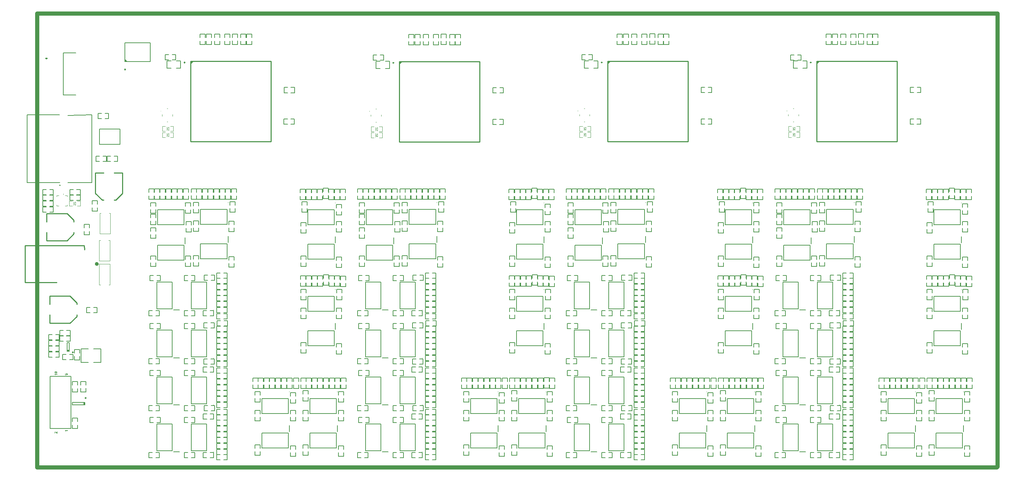
<source format=gto>
G04*
G04 #@! TF.GenerationSoftware,Altium Limited,Altium Designer,18.1.7 (191)*
G04*
G04 Layer_Color=65535*
%FSLAX25Y25*%
%MOIN*%
G70*
G01*
G75*
%ADD10C,0.00984*%
%ADD11C,0.00787*%
%ADD12C,0.01500*%
%ADD13C,0.00394*%
%ADD14C,0.00500*%
%ADD15C,0.00800*%
%ADD16C,0.01000*%
%ADD17C,0.00400*%
%ADD18C,0.04000*%
G36*
X83684Y388848D02*
X86684D01*
X83684Y391848D01*
Y388848D01*
D02*
G37*
G36*
X146910Y389111D02*
Y386111D01*
X149910Y389111D01*
X146910D01*
D02*
G37*
G36*
X347020Y388851D02*
Y385851D01*
X350020Y388851D01*
X347020D01*
D02*
G37*
G36*
X546710Y389196D02*
Y386196D01*
X549710Y389196D01*
X546710D01*
D02*
G37*
G36*
X747010Y389211D02*
Y386211D01*
X750010Y389211D01*
X747010D01*
D02*
G37*
G36*
X18073Y91906D02*
X18133Y91902D01*
X18203Y91895D01*
X18277Y91887D01*
X18358Y91880D01*
X18443Y91865D01*
X18532Y91847D01*
X18617Y91828D01*
X18702Y91802D01*
X18788Y91776D01*
X18865Y91739D01*
X18939Y91702D01*
X19002Y91658D01*
X19006Y91654D01*
X19013Y91647D01*
X19028Y91636D01*
X19043Y91621D01*
X19061Y91599D01*
X19083Y91573D01*
X19109Y91539D01*
X19132Y91506D01*
X19158Y91465D01*
X19183Y91425D01*
X19206Y91377D01*
X19224Y91325D01*
X19239Y91269D01*
X19254Y91206D01*
X19261Y91144D01*
X19265Y91077D01*
Y91062D01*
X19261Y91040D01*
Y91014D01*
X19257Y90984D01*
X19250Y90947D01*
X19243Y90907D01*
X19228Y90862D01*
X19213Y90814D01*
X19195Y90766D01*
X19172Y90714D01*
X19143Y90666D01*
X19113Y90614D01*
X19072Y90566D01*
X19032Y90518D01*
X18980Y90474D01*
X18976Y90470D01*
X18965Y90463D01*
X18947Y90452D01*
X18924Y90440D01*
X18891Y90422D01*
X18850Y90403D01*
X18799Y90381D01*
X18743Y90363D01*
X18677Y90341D01*
X18602Y90318D01*
X18517Y90300D01*
X18425Y90285D01*
X18321Y90270D01*
X18207Y90259D01*
X18085Y90252D01*
X17951Y90248D01*
X17948D01*
X17944D01*
X17933D01*
X17918D01*
X17881D01*
X17833Y90252D01*
X17774Y90255D01*
X17703Y90263D01*
X17629Y90270D01*
X17548Y90278D01*
X17463Y90293D01*
X17378Y90307D01*
X17289Y90329D01*
X17204Y90352D01*
X17122Y90381D01*
X17045Y90415D01*
X16971Y90452D01*
X16908Y90496D01*
X16904Y90500D01*
X16897Y90507D01*
X16882Y90518D01*
X16867Y90537D01*
X16845Y90555D01*
X16823Y90581D01*
X16801Y90614D01*
X16775Y90648D01*
X16749Y90688D01*
X16727Y90729D01*
X16704Y90777D01*
X16682Y90829D01*
X16667Y90885D01*
X16653Y90947D01*
X16645Y91010D01*
X16642Y91077D01*
Y91114D01*
X16645Y91140D01*
X16649Y91169D01*
X16656Y91206D01*
X16664Y91243D01*
X16675Y91288D01*
X16690Y91336D01*
X16708Y91380D01*
X16727Y91428D01*
X16752Y91477D01*
X16786Y91525D01*
X16819Y91573D01*
X16860Y91617D01*
X16908Y91658D01*
X16912Y91662D01*
X16923Y91669D01*
X16941Y91680D01*
X16967Y91698D01*
X17004Y91717D01*
X17049Y91739D01*
X17097Y91761D01*
X17160Y91784D01*
X17226Y91806D01*
X17304Y91832D01*
X17389Y91850D01*
X17485Y91869D01*
X17589Y91887D01*
X17700Y91898D01*
X17822Y91906D01*
X17955Y91909D01*
X17959D01*
X17962D01*
X17974D01*
X17988D01*
X18025D01*
X18073Y91906D01*
D02*
G37*
G36*
X19217Y89020D02*
X17363D01*
X17367Y89016D01*
X17374Y89009D01*
X17385Y88994D01*
X17404Y88972D01*
X17426Y88946D01*
X17448Y88916D01*
X17474Y88879D01*
X17504Y88838D01*
X17533Y88794D01*
X17563Y88746D01*
X17596Y88694D01*
X17626Y88639D01*
X17681Y88520D01*
X17733Y88387D01*
X17289D01*
Y88391D01*
X17285Y88394D01*
X17282Y88406D01*
X17278Y88420D01*
X17259Y88457D01*
X17237Y88509D01*
X17208Y88572D01*
X17167Y88642D01*
X17115Y88720D01*
X17056Y88801D01*
X17052Y88805D01*
X17049Y88813D01*
X17037Y88824D01*
X17023Y88838D01*
X16986Y88879D01*
X16938Y88924D01*
X16878Y88975D01*
X16804Y89027D01*
X16727Y89075D01*
X16642Y89112D01*
Y89512D01*
X19217D01*
Y89020D01*
D02*
G37*
G36*
X28055Y90093D02*
X28114Y90089D01*
X28181Y90082D01*
X28251Y90074D01*
X28329Y90063D01*
X28414Y90048D01*
X28495Y90034D01*
X28580Y90011D01*
X28665Y89985D01*
X28743Y89956D01*
X28821Y89919D01*
X28891Y89882D01*
X28954Y89834D01*
X28958Y89830D01*
X28969Y89823D01*
X28984Y89808D01*
X29002Y89786D01*
X29024Y89760D01*
X29054Y89730D01*
X29080Y89693D01*
X29109Y89652D01*
X29139Y89608D01*
X29165Y89556D01*
X29191Y89501D01*
X29217Y89442D01*
X29235Y89375D01*
X29250Y89308D01*
X29261Y89238D01*
X29265Y89160D01*
Y89131D01*
X29261Y89112D01*
Y89086D01*
X29257Y89057D01*
X29246Y88986D01*
X29224Y88909D01*
X29198Y88831D01*
X29158Y88750D01*
X29135Y88713D01*
X29106Y88676D01*
X29102Y88672D01*
X29098Y88668D01*
X29087Y88657D01*
X29076Y88646D01*
X29058Y88631D01*
X29039Y88613D01*
X29013Y88598D01*
X28987Y88576D01*
X28954Y88557D01*
X28921Y88535D01*
X28880Y88516D01*
X28836Y88498D01*
X28791Y88480D01*
X28739Y88465D01*
X28688Y88450D01*
X28628Y88439D01*
X28573Y88912D01*
X28580D01*
X28599Y88916D01*
X28625Y88920D01*
X28654Y88931D01*
X28691Y88942D01*
X28728Y88957D01*
X28762Y88975D01*
X28791Y89001D01*
X28795Y89005D01*
X28802Y89016D01*
X28813Y89031D01*
X28824Y89053D01*
X28836Y89083D01*
X28847Y89112D01*
X28854Y89153D01*
X28858Y89194D01*
Y89201D01*
X28854Y89219D01*
X28850Y89245D01*
X28839Y89282D01*
X28824Y89323D01*
X28799Y89364D01*
X28765Y89408D01*
X28721Y89449D01*
X28714Y89453D01*
X28706Y89460D01*
X28691Y89467D01*
X28677Y89475D01*
X28654Y89486D01*
X28628Y89493D01*
X28595Y89508D01*
X28558Y89519D01*
X28517Y89530D01*
X28469Y89541D01*
X28418Y89552D01*
X28358Y89564D01*
X28292Y89571D01*
X28218Y89578D01*
X28140Y89586D01*
X28144Y89582D01*
X28147Y89578D01*
X28159Y89567D01*
X28173Y89552D01*
X28188Y89534D01*
X28207Y89512D01*
X28247Y89460D01*
X28288Y89393D01*
X28321Y89312D01*
X28336Y89268D01*
X28343Y89223D01*
X28351Y89175D01*
X28355Y89123D01*
Y89094D01*
X28351Y89072D01*
X28347Y89046D01*
X28343Y89016D01*
X28325Y88946D01*
X28299Y88864D01*
X28277Y88824D01*
X28255Y88779D01*
X28229Y88735D01*
X28199Y88690D01*
X28162Y88646D01*
X28122Y88605D01*
X28118Y88602D01*
X28110Y88594D01*
X28096Y88587D01*
X28081Y88572D01*
X28055Y88554D01*
X28029Y88535D01*
X27996Y88516D01*
X27959Y88498D01*
X27918Y88476D01*
X27870Y88457D01*
X27822Y88439D01*
X27766Y88420D01*
X27711Y88406D01*
X27648Y88398D01*
X27581Y88391D01*
X27515Y88387D01*
X27511D01*
X27496D01*
X27478D01*
X27448Y88391D01*
X27415Y88394D01*
X27378Y88398D01*
X27333Y88406D01*
X27289Y88417D01*
X27189Y88442D01*
X27134Y88461D01*
X27082Y88483D01*
X27030Y88509D01*
X26978Y88542D01*
X26930Y88576D01*
X26882Y88616D01*
X26878Y88620D01*
X26871Y88627D01*
X26860Y88639D01*
X26845Y88657D01*
X26827Y88683D01*
X26804Y88709D01*
X26786Y88742D01*
X26760Y88779D01*
X26738Y88816D01*
X26719Y88864D01*
X26697Y88912D01*
X26678Y88964D01*
X26664Y89020D01*
X26653Y89079D01*
X26645Y89138D01*
X26641Y89205D01*
Y89223D01*
X26645Y89242D01*
Y89271D01*
X26649Y89305D01*
X26656Y89342D01*
X26667Y89386D01*
X26678Y89430D01*
X26697Y89482D01*
X26715Y89534D01*
X26741Y89586D01*
X26771Y89641D01*
X26804Y89693D01*
X26845Y89745D01*
X26893Y89797D01*
X26945Y89845D01*
X26949Y89849D01*
X26960Y89856D01*
X26978Y89867D01*
X27004Y89885D01*
X27037Y89904D01*
X27078Y89926D01*
X27126Y89948D01*
X27182Y89971D01*
X27248Y89993D01*
X27322Y90019D01*
X27404Y90037D01*
X27492Y90056D01*
X27592Y90074D01*
X27700Y90085D01*
X27814Y90093D01*
X27940Y90096D01*
X27944D01*
X27948D01*
X27959D01*
X27970D01*
X28007D01*
X28055Y90093D01*
D02*
G37*
G36*
X29217Y35020D02*
X27363D01*
X27367Y35016D01*
X27374Y35009D01*
X27385Y34994D01*
X27404Y34972D01*
X27426Y34946D01*
X27448Y34916D01*
X27474Y34879D01*
X27504Y34838D01*
X27533Y34794D01*
X27563Y34746D01*
X27596Y34694D01*
X27626Y34639D01*
X27681Y34520D01*
X27733Y34387D01*
X27289D01*
Y34391D01*
X27285Y34394D01*
X27282Y34405D01*
X27278Y34420D01*
X27259Y34457D01*
X27237Y34509D01*
X27208Y34572D01*
X27167Y34642D01*
X27115Y34720D01*
X27056Y34801D01*
X27052Y34805D01*
X27049Y34813D01*
X27037Y34824D01*
X27023Y34838D01*
X26986Y34879D01*
X26937Y34923D01*
X26878Y34975D01*
X26804Y35027D01*
X26727Y35075D01*
X26641Y35112D01*
Y35512D01*
X29217D01*
Y35020D01*
D02*
G37*
G36*
X19217Y32387D02*
X19213D01*
X19206D01*
X19191Y32391D01*
X19172Y32394D01*
X19150Y32398D01*
X19124Y32402D01*
X19058Y32417D01*
X18984Y32439D01*
X18902Y32468D01*
X18813Y32505D01*
X18728Y32553D01*
X18725D01*
X18717Y32561D01*
X18702Y32568D01*
X18688Y32583D01*
X18662Y32598D01*
X18636Y32620D01*
X18602Y32646D01*
X18565Y32676D01*
X18521Y32709D01*
X18477Y32750D01*
X18425Y32794D01*
X18369Y32846D01*
X18314Y32901D01*
X18251Y32964D01*
X18184Y33031D01*
X18114Y33105D01*
X18110Y33108D01*
X18099Y33120D01*
X18085Y33134D01*
X18062Y33157D01*
X18040Y33186D01*
X18011Y33216D01*
X17944Y33282D01*
X17874Y33349D01*
X17803Y33416D01*
X17774Y33445D01*
X17740Y33475D01*
X17715Y33497D01*
X17692Y33512D01*
X17685Y33516D01*
X17666Y33527D01*
X17637Y33545D01*
X17596Y33564D01*
X17552Y33582D01*
X17500Y33601D01*
X17448Y33612D01*
X17393Y33615D01*
X17389D01*
X17385D01*
X17367D01*
X17333Y33612D01*
X17296Y33604D01*
X17256Y33593D01*
X17215Y33578D01*
X17174Y33556D01*
X17137Y33527D01*
X17134Y33523D01*
X17122Y33512D01*
X17108Y33490D01*
X17093Y33464D01*
X17078Y33427D01*
X17063Y33386D01*
X17052Y33338D01*
X17049Y33282D01*
Y33257D01*
X17052Y33227D01*
X17060Y33194D01*
X17071Y33153D01*
X17089Y33112D01*
X17111Y33072D01*
X17141Y33035D01*
X17145Y33031D01*
X17160Y33020D01*
X17182Y33005D01*
X17215Y32990D01*
X17256Y32972D01*
X17311Y32957D01*
X17374Y32942D01*
X17448Y32935D01*
X17400Y32446D01*
X17396D01*
X17381Y32450D01*
X17363D01*
X17333Y32457D01*
X17300Y32461D01*
X17263Y32472D01*
X17222Y32483D01*
X17174Y32494D01*
X17082Y32531D01*
X16986Y32576D01*
X16938Y32605D01*
X16893Y32639D01*
X16856Y32676D01*
X16819Y32716D01*
X16815Y32720D01*
X16812Y32727D01*
X16804Y32739D01*
X16790Y32757D01*
X16778Y32779D01*
X16764Y32809D01*
X16745Y32838D01*
X16730Y32875D01*
X16712Y32916D01*
X16697Y32961D01*
X16667Y33057D01*
X16649Y33171D01*
X16645Y33231D01*
X16642Y33294D01*
Y33331D01*
X16645Y33356D01*
X16649Y33390D01*
X16653Y33427D01*
X16660Y33467D01*
X16667Y33512D01*
X16693Y33608D01*
X16730Y33704D01*
X16752Y33756D01*
X16778Y33800D01*
X16812Y33849D01*
X16849Y33889D01*
X16852Y33893D01*
X16856Y33900D01*
X16871Y33908D01*
X16886Y33922D01*
X16904Y33941D01*
X16930Y33959D01*
X16956Y33978D01*
X16989Y34000D01*
X17063Y34037D01*
X17148Y34074D01*
X17197Y34089D01*
X17248Y34096D01*
X17304Y34104D01*
X17359Y34108D01*
X17367D01*
X17389D01*
X17422Y34104D01*
X17463Y34100D01*
X17515Y34093D01*
X17570Y34082D01*
X17629Y34067D01*
X17689Y34045D01*
X17696Y34041D01*
X17715Y34034D01*
X17748Y34019D01*
X17788Y33996D01*
X17837Y33971D01*
X17892Y33937D01*
X17951Y33897D01*
X18014Y33849D01*
X18018Y33845D01*
X18036Y33830D01*
X18062Y33808D01*
X18099Y33775D01*
X18144Y33730D01*
X18203Y33675D01*
X18266Y33608D01*
X18343Y33527D01*
X18347Y33523D01*
X18351Y33516D01*
X18362Y33504D01*
X18377Y33490D01*
X18414Y33449D01*
X18458Y33401D01*
X18506Y33353D01*
X18554Y33305D01*
X18595Y33260D01*
X18614Y33245D01*
X18628Y33231D01*
X18632Y33227D01*
X18640Y33220D01*
X18654Y33208D01*
X18673Y33194D01*
X18713Y33160D01*
X18762Y33131D01*
Y34108D01*
X19217D01*
Y32387D01*
D02*
G37*
%LPC*%
G36*
X18036Y91391D02*
X17955D01*
X17951D01*
X17936D01*
X17911D01*
X17881D01*
X17844D01*
X17803Y91388D01*
X17755D01*
X17707Y91384D01*
X17604Y91380D01*
X17504Y91373D01*
X17456Y91365D01*
X17407Y91358D01*
X17367Y91351D01*
X17333Y91343D01*
X17330D01*
X17326Y91340D01*
X17308Y91336D01*
X17278Y91325D01*
X17241Y91314D01*
X17204Y91295D01*
X17167Y91277D01*
X17134Y91255D01*
X17108Y91232D01*
X17104Y91229D01*
X17097Y91221D01*
X17089Y91206D01*
X17078Y91188D01*
X17067Y91166D01*
X17056Y91140D01*
X17052Y91110D01*
X17049Y91077D01*
Y91062D01*
X17052Y91044D01*
X17056Y91025D01*
X17063Y90999D01*
X17074Y90973D01*
X17089Y90944D01*
X17108Y90918D01*
X17111Y90914D01*
X17119Y90907D01*
X17134Y90896D01*
X17152Y90881D01*
X17182Y90862D01*
X17215Y90847D01*
X17259Y90829D01*
X17311Y90814D01*
X17315D01*
X17319Y90811D01*
X17333D01*
X17348Y90807D01*
X17370Y90803D01*
X17396Y90799D01*
X17426Y90796D01*
X17463Y90792D01*
X17507Y90785D01*
X17552Y90781D01*
X17607Y90777D01*
X17663Y90773D01*
X17729Y90770D01*
X17796D01*
X17874Y90766D01*
X17955D01*
X17959D01*
X17974D01*
X17999D01*
X18029D01*
X18066D01*
X18107Y90770D01*
X18155D01*
X18203Y90773D01*
X18306Y90777D01*
X18410Y90785D01*
X18458Y90788D01*
X18503Y90796D01*
X18543Y90803D01*
X18580Y90811D01*
X18588Y90814D01*
X18606Y90818D01*
X18636Y90829D01*
X18669Y90840D01*
X18706Y90859D01*
X18743Y90877D01*
X18776Y90899D01*
X18802Y90921D01*
X18806Y90925D01*
X18810Y90933D01*
X18821Y90947D01*
X18828Y90966D01*
X18839Y90988D01*
X18850Y91014D01*
X18854Y91044D01*
X18858Y91077D01*
Y91092D01*
X18854Y91110D01*
X18850Y91129D01*
X18843Y91155D01*
X18836Y91180D01*
X18821Y91206D01*
X18802Y91232D01*
X18799Y91236D01*
X18791Y91243D01*
X18776Y91258D01*
X18754Y91273D01*
X18728Y91288D01*
X18691Y91306D01*
X18651Y91325D01*
X18599Y91340D01*
X18595D01*
X18591Y91343D01*
X18577D01*
X18562Y91347D01*
X18540Y91351D01*
X18514Y91354D01*
X18484Y91362D01*
X18447Y91365D01*
X18406Y91369D01*
X18358Y91377D01*
X18306Y91380D01*
X18247Y91384D01*
X18184Y91388D01*
X18114D01*
X18036Y91391D01*
D02*
G37*
G36*
X27555Y89545D02*
X27552D01*
X27544D01*
X27533D01*
X27515D01*
X27474Y89538D01*
X27419Y89530D01*
X27359Y89519D01*
X27296Y89497D01*
X27237Y89471D01*
X27182Y89434D01*
X27174Y89430D01*
X27160Y89416D01*
X27141Y89393D01*
X27115Y89364D01*
X27089Y89327D01*
X27071Y89282D01*
X27056Y89234D01*
X27049Y89183D01*
Y89160D01*
X27056Y89134D01*
X27063Y89105D01*
X27074Y89068D01*
X27097Y89031D01*
X27123Y88994D01*
X27160Y88957D01*
X27163Y88953D01*
X27182Y88942D01*
X27208Y88927D01*
X27245Y88912D01*
X27293Y88898D01*
X27356Y88883D01*
X27430Y88872D01*
X27515Y88868D01*
X27518D01*
X27526D01*
X27537D01*
X27555D01*
X27600Y88872D01*
X27652Y88879D01*
X27714Y88890D01*
X27774Y88909D01*
X27833Y88931D01*
X27881Y88964D01*
X27885Y88968D01*
X27900Y88983D01*
X27918Y89001D01*
X27937Y89031D01*
X27959Y89068D01*
X27977Y89109D01*
X27992Y89157D01*
X27996Y89208D01*
Y89216D01*
X27992Y89231D01*
X27988Y89257D01*
X27981Y89290D01*
X27970Y89327D01*
X27948Y89368D01*
X27922Y89408D01*
X27885Y89445D01*
X27881Y89449D01*
X27863Y89460D01*
X27837Y89478D01*
X27803Y89497D01*
X27755Y89512D01*
X27700Y89530D01*
X27633Y89541D01*
X27555Y89545D01*
D02*
G37*
%LPD*%
D10*
X46949Y66547D02*
G03*
X46949Y66547I-492J0D01*
G01*
X84676Y381348D02*
G03*
X84676Y381348I-492J0D01*
G01*
X34615Y110270D02*
G03*
X34615Y110270I-492J0D01*
G01*
X141709Y388013D02*
G03*
X141709Y388013I-492J0D01*
G01*
X341819Y387753D02*
G03*
X341819Y387753I-492J0D01*
G01*
X741809Y388112D02*
G03*
X741809Y388112I-492J0D01*
G01*
X541509Y388098D02*
G03*
X541509Y388098I-492J0D01*
G01*
D11*
X22160Y270306D02*
G03*
X21372Y270306I-394J0D01*
G01*
D02*
G03*
X22160Y270306I394J0D01*
G01*
X25231Y261542D02*
G03*
X25231Y261936I0J197D01*
G01*
D02*
G03*
X25231Y261542I0J-197D01*
G01*
X56947Y194961D02*
G03*
X57341Y194961I197J0D01*
G01*
D02*
G03*
X56947Y194961I-197J0D01*
G01*
X886858Y18433D02*
Y33000D01*
X861268Y18433D02*
X886858D01*
X861268D02*
Y33000D01*
X886858D01*
X887843Y34378D02*
Y40185D01*
X686858Y18433D02*
Y33000D01*
X661268Y18433D02*
X686858D01*
X661268D02*
Y33000D01*
X686858D01*
X687843Y34378D02*
Y40185D01*
X486858Y18433D02*
Y33000D01*
X461268Y18433D02*
X486858D01*
X461268D02*
Y33000D01*
X486858D01*
X487843Y34378D02*
Y40185D01*
X286858Y18433D02*
Y33000D01*
X261268Y18433D02*
X286858D01*
X261268D02*
Y33000D01*
X286858D01*
X287843Y34378D02*
Y40185D01*
X840858Y18433D02*
Y33000D01*
X815268Y18433D02*
X840858D01*
X815268D02*
Y33000D01*
X840858D01*
X841843Y34378D02*
Y40185D01*
X640858Y18433D02*
Y33000D01*
X615268Y18433D02*
X640858D01*
X615268D02*
Y33000D01*
X640858D01*
X641843Y34378D02*
Y40185D01*
X440858Y18433D02*
Y33000D01*
X415268Y18433D02*
X440858D01*
X415268D02*
Y33000D01*
X440858D01*
X441843Y34378D02*
Y40185D01*
X240858Y18433D02*
Y33000D01*
X215268Y18433D02*
X240858D01*
X215268D02*
Y33000D01*
X240858D01*
X241843Y34378D02*
Y40185D01*
X714780Y15921D02*
X729347D01*
X714780D02*
Y41512D01*
X729347D01*
Y15921D02*
Y41512D01*
X730725Y14937D02*
X736532D01*
X514780Y15921D02*
X529347D01*
X514780D02*
Y41512D01*
X529347D01*
Y15921D02*
Y41512D01*
X530725Y14937D02*
X536532D01*
X314780Y15921D02*
X329347D01*
X314780D02*
Y41512D01*
X329347D01*
Y15921D02*
Y41512D01*
X330725Y14937D02*
X336532D01*
X114780Y15921D02*
X129347D01*
X114780D02*
Y41512D01*
X129347D01*
Y15921D02*
Y41512D01*
X130725Y14937D02*
X136532D01*
X714780Y60921D02*
X729347D01*
X714780D02*
Y86512D01*
X729347D01*
Y60921D02*
Y86512D01*
X730725Y59937D02*
X736532D01*
X514780Y60921D02*
X529347D01*
X514780D02*
Y86512D01*
X529347D01*
Y60921D02*
Y86512D01*
X530725Y59937D02*
X536532D01*
X314780Y60921D02*
X329347D01*
X314780D02*
Y86512D01*
X329347D01*
Y60921D02*
Y86512D01*
X330725Y59937D02*
X336532D01*
X114780Y60921D02*
X129347D01*
X114780D02*
Y86512D01*
X129347D01*
Y60921D02*
Y86512D01*
X130725Y59937D02*
X136532D01*
X884858Y116433D02*
Y131000D01*
X859268Y116433D02*
X884858D01*
X859268D02*
Y131000D01*
X884858D01*
X885843Y132378D02*
Y138185D01*
X684858Y116433D02*
Y131000D01*
X659268Y116433D02*
X684858D01*
X659268D02*
Y131000D01*
X684858D01*
X685843Y132378D02*
Y138185D01*
X484858Y116433D02*
Y131000D01*
X459268Y116433D02*
X484858D01*
X459268D02*
Y131000D01*
X484858D01*
X485843Y132378D02*
Y138185D01*
X284858Y116433D02*
Y131000D01*
X259268Y116433D02*
X284858D01*
X259268D02*
Y131000D01*
X284858D01*
X285843Y132378D02*
Y138185D01*
X714780Y105921D02*
X729347D01*
X714780D02*
Y131512D01*
X729347D01*
Y105921D02*
Y131512D01*
X730725Y104937D02*
X736532D01*
X514780Y105921D02*
X529347D01*
X514780D02*
Y131512D01*
X529347D01*
Y105921D02*
Y131512D01*
X530725Y104937D02*
X536532D01*
X314780Y105921D02*
X329347D01*
X314780D02*
Y131512D01*
X329347D01*
Y105921D02*
Y131512D01*
X330725Y104937D02*
X336532D01*
X114780Y105921D02*
X129347D01*
X114780D02*
Y131512D01*
X129347D01*
Y105921D02*
Y131512D01*
X130725Y104937D02*
X136532D01*
X714780Y151921D02*
X729347D01*
X714780D02*
Y177512D01*
X729347D01*
Y151921D02*
Y177512D01*
X730725Y150937D02*
X736532D01*
X514780Y151921D02*
X529347D01*
X514780D02*
Y177512D01*
X529347D01*
Y151921D02*
Y177512D01*
X530725Y150937D02*
X536532D01*
X314780Y151921D02*
X329347D01*
X314780D02*
Y177512D01*
X329347D01*
Y151921D02*
Y177512D01*
X330725Y150937D02*
X336532D01*
X114780Y151921D02*
X129347D01*
X114780D02*
Y177512D01*
X129347D01*
Y151921D02*
Y177512D01*
X130725Y150937D02*
X136532D01*
X884858Y199433D02*
Y214000D01*
X859268Y199433D02*
X884858D01*
X859268D02*
Y214000D01*
X884858D01*
X885843Y215378D02*
Y221185D01*
X684858Y199433D02*
Y214000D01*
X659268Y199433D02*
X684858D01*
X659268D02*
Y214000D01*
X684858D01*
X685843Y215378D02*
Y221185D01*
X484858Y199433D02*
Y214000D01*
X459268Y199433D02*
X484858D01*
X459268D02*
Y214000D01*
X484858D01*
X485843Y215378D02*
Y221185D01*
X284858Y199433D02*
Y214000D01*
X259268Y199433D02*
X284858D01*
X259268D02*
Y214000D01*
X284858D01*
X285843Y215378D02*
Y221185D01*
X781918Y199767D02*
Y214334D01*
X756327Y199767D02*
X781918D01*
X756327D02*
Y214334D01*
X781918D01*
X782902Y215712D02*
Y221519D01*
X581918Y199767D02*
Y214334D01*
X556327Y199767D02*
X581918D01*
X556327D02*
Y214334D01*
X581918D01*
X582902Y215712D02*
Y221519D01*
X381918Y199767D02*
Y214334D01*
X356328Y199767D02*
X381918D01*
X356328D02*
Y214334D01*
X381918D01*
X382902Y215712D02*
Y221519D01*
X181918Y199767D02*
Y214334D01*
X156327Y199767D02*
X181918D01*
X156327D02*
Y214334D01*
X181918D01*
X182902Y215712D02*
Y221519D01*
X740864Y198464D02*
Y213031D01*
X715273Y198464D02*
X740864D01*
X715273D02*
Y213031D01*
X740864D01*
X741848Y214409D02*
Y220216D01*
X540864Y198464D02*
Y213031D01*
X515273Y198464D02*
X540864D01*
X515273D02*
Y213031D01*
X540864D01*
X541848Y214409D02*
Y220216D01*
X340864Y198464D02*
Y213031D01*
X315273Y198464D02*
X340864D01*
X315273D02*
Y213031D01*
X340864D01*
X341848Y214409D02*
Y220216D01*
X140864Y198464D02*
Y213031D01*
X115273Y198464D02*
X140864D01*
X115273D02*
Y213031D01*
X140864D01*
X141848Y214409D02*
Y220216D01*
X44562Y60064D02*
Y62230D01*
X45062Y60064D02*
Y62230D01*
X33851D02*
X45662D01*
X33851Y60064D02*
Y62230D01*
Y60064D02*
X45662D01*
Y62230D01*
X32217Y37387D02*
Y87387D01*
X12217Y37387D02*
Y87387D01*
Y37387D02*
X32217D01*
X12217Y87387D02*
X32217D01*
X25130Y397110D02*
X36941D01*
X25130Y356953D02*
Y397110D01*
Y356953D02*
X36941D01*
X83979Y388793D02*
Y406903D01*
X108388D01*
Y388793D02*
Y406903D01*
X83979Y388793D02*
X108388D01*
X59692Y309713D02*
Y324280D01*
X79377D01*
Y309713D02*
Y324280D01*
X59692Y309713D02*
X79377D01*
X28638Y112337D02*
X30607D01*
X28638Y111837D02*
X30607D01*
Y111237D02*
Y119504D01*
X28638D02*
X30607D01*
X28638Y111237D02*
Y119504D01*
Y111237D02*
X30607D01*
X486858Y51433D02*
Y66000D01*
X461268Y51433D02*
X486858D01*
X461268D02*
Y66000D01*
X486858D01*
X487834Y72557D02*
Y72608D01*
X781918Y232767D02*
Y247334D01*
X756327Y232767D02*
X781918D01*
X756327D02*
Y247334D01*
X781918D01*
X782893Y253890D02*
Y253942D01*
X581918Y232767D02*
Y247334D01*
X556327Y232767D02*
X581918D01*
X556327D02*
Y247334D01*
X581918D01*
X582893Y253890D02*
Y253942D01*
X540858Y232433D02*
Y247000D01*
X515268Y232433D02*
X540858D01*
X515268D02*
Y247000D01*
X540858D01*
X541834Y253556D02*
Y253608D01*
X340858Y232433D02*
Y247000D01*
X315268Y232433D02*
X340858D01*
X315268D02*
Y247000D01*
X340858D01*
X341834Y253556D02*
Y253608D01*
X740858Y232433D02*
Y247000D01*
X715268Y232433D02*
X740858D01*
X715268D02*
Y247000D01*
X740858D01*
X741834Y253556D02*
Y253608D01*
X886858Y51433D02*
Y66000D01*
X861268Y51433D02*
X886858D01*
X861268D02*
Y66000D01*
X886858D01*
X887834Y72557D02*
Y72608D01*
X840858Y51433D02*
Y66000D01*
X815268Y51433D02*
X840858D01*
X815268D02*
Y66000D01*
X840858D01*
X841834Y72557D02*
Y72608D01*
X747780Y15921D02*
X762347D01*
X747780D02*
Y41512D01*
X762347D01*
Y15921D02*
Y41512D01*
X768903Y14946D02*
X768955D01*
X747780Y60921D02*
X762347D01*
X747780D02*
Y86512D01*
X762347D01*
Y60921D02*
Y86512D01*
X768903Y59946D02*
X768955D01*
X884858Y149433D02*
Y164000D01*
X859268Y149433D02*
X884858D01*
X859268D02*
Y164000D01*
X884858D01*
X885834Y170556D02*
Y170608D01*
X747780Y105921D02*
X762347D01*
X747780D02*
Y131512D01*
X762347D01*
Y105921D02*
Y131512D01*
X768903Y104946D02*
X768955D01*
X747780Y151921D02*
X762347D01*
X747780D02*
Y177512D01*
X762347D01*
Y151921D02*
Y177512D01*
X768903Y150946D02*
X768955D01*
X884858Y232433D02*
Y247000D01*
X859268Y232433D02*
X884858D01*
X859268D02*
Y247000D01*
X884858D01*
X885834Y253556D02*
Y253608D01*
X686858Y51433D02*
Y66000D01*
X661268Y51433D02*
X686858D01*
X661268D02*
Y66000D01*
X686858D01*
X687834Y72557D02*
Y72608D01*
X640858Y51433D02*
Y66000D01*
X615268Y51433D02*
X640858D01*
X615268D02*
Y66000D01*
X640858D01*
X641834Y72557D02*
Y72608D01*
X547780Y15921D02*
X562347D01*
X547780D02*
Y41512D01*
X562347D01*
Y15921D02*
Y41512D01*
X568903Y14946D02*
X568955D01*
X547780Y60921D02*
X562347D01*
X547780D02*
Y86512D01*
X562347D01*
Y60921D02*
Y86512D01*
X568903Y59946D02*
X568955D01*
X684858Y149433D02*
Y164000D01*
X659268Y149433D02*
X684858D01*
X659268D02*
Y164000D01*
X684858D01*
X685834Y170556D02*
Y170608D01*
X547780Y105921D02*
X562347D01*
X547780D02*
Y131512D01*
X562347D01*
Y105921D02*
Y131512D01*
X568903Y104946D02*
X568955D01*
X547780Y151921D02*
X562347D01*
X547780D02*
Y177512D01*
X562347D01*
Y151921D02*
Y177512D01*
X568903Y150946D02*
X568955D01*
X684858Y232433D02*
Y247000D01*
X659268Y232433D02*
X684858D01*
X659268D02*
Y247000D01*
X684858D01*
X685834Y253556D02*
Y253608D01*
X440858Y51433D02*
Y66000D01*
X415268Y51433D02*
X440858D01*
X415268D02*
Y66000D01*
X440858D01*
X441834Y72557D02*
Y72608D01*
X347780Y15921D02*
X362347D01*
X347780D02*
Y41512D01*
X362347D01*
Y15921D02*
Y41512D01*
X368903Y14946D02*
X368955D01*
X347780Y60921D02*
X362347D01*
X347780D02*
Y86512D01*
X362347D01*
Y60921D02*
Y86512D01*
X368903Y59946D02*
X368955D01*
X484858Y149433D02*
Y164000D01*
X459268Y149433D02*
X484858D01*
X459268D02*
Y164000D01*
X484858D01*
X485834Y170556D02*
Y170608D01*
X347780Y105921D02*
X362347D01*
X347780D02*
Y131512D01*
X362347D01*
Y105921D02*
Y131512D01*
X368903Y104946D02*
X368955D01*
X347780Y151921D02*
X362347D01*
X347780D02*
Y177512D01*
X362347D01*
Y151921D02*
Y177512D01*
X368903Y150946D02*
X368955D01*
X484858Y232433D02*
Y247000D01*
X459268Y232433D02*
X484858D01*
X459268D02*
Y247000D01*
X484858D01*
X485834Y253556D02*
Y253608D01*
X381918Y232767D02*
Y247334D01*
X356328Y232767D02*
X381918D01*
X356328D02*
Y247334D01*
X381918D01*
X382893Y253890D02*
Y253942D01*
X284858Y149433D02*
Y164000D01*
X259268Y149433D02*
X284858D01*
X259268D02*
Y164000D01*
X284858D01*
X285834Y170556D02*
Y170608D01*
X182893Y253890D02*
Y253942D01*
X156327Y247334D02*
X181918D01*
X156327Y232767D02*
Y247334D01*
Y232767D02*
X181918D01*
Y247334D01*
X285834Y253556D02*
Y253608D01*
X259268Y247000D02*
X284858D01*
X259268Y232433D02*
Y247000D01*
Y232433D02*
X284858D01*
Y247000D01*
X147780Y151921D02*
X162347D01*
X147780D02*
Y177512D01*
X162347D01*
Y151921D02*
Y177512D01*
X168903Y150946D02*
X168955D01*
X240858Y51433D02*
Y66000D01*
X215268Y51433D02*
X240858D01*
X215268D02*
Y66000D01*
X240858D01*
X241834Y72557D02*
Y72608D01*
X286858Y51433D02*
Y66000D01*
X261268Y51433D02*
X286858D01*
X261268D02*
Y66000D01*
X286858D01*
X287834Y72557D02*
Y72608D01*
X147780Y15921D02*
X162347D01*
X147780D02*
Y41512D01*
X162347D01*
Y15921D02*
Y41512D01*
X168903Y14946D02*
X168955D01*
X147780Y60921D02*
X162347D01*
X147780D02*
Y86512D01*
X162347D01*
Y60921D02*
Y86512D01*
X168903Y59946D02*
X168955D01*
X147780Y105921D02*
X162347D01*
X147780D02*
Y131512D01*
X162347D01*
Y105921D02*
Y131512D01*
X168903Y104946D02*
X168955D01*
X141834Y253556D02*
Y253608D01*
X115268Y247000D02*
X140858D01*
X115268Y232433D02*
Y247000D01*
Y232433D02*
X140858D01*
Y247000D01*
D12*
X9124Y391907D02*
G03*
X8631Y391907I-246J0D01*
G01*
D02*
G03*
X9124Y391907I246J0D01*
G01*
X58144Y194961D02*
G03*
X58144Y194961I-1000J0D01*
G01*
D13*
X118384Y341424D02*
G03*
X118384Y341817I0J197D01*
G01*
D02*
G03*
X118384Y341424I0J-197D01*
G01*
X318494Y341163D02*
G03*
X318494Y341557I0J197D01*
G01*
D02*
G03*
X318494Y341163I0J-197D01*
G01*
X718484Y341524D02*
G03*
X718484Y341917I0J197D01*
G01*
D02*
G03*
X718484Y341524I0J-197D01*
G01*
X518184Y341902D02*
G03*
X518184Y341509I0J-197D01*
G01*
D02*
G03*
X518184Y341902I0J197D01*
G01*
X60054Y223816D02*
X70172D01*
X59936D02*
Y243683D01*
X61117D01*
X68991D02*
X70172D01*
Y223816D02*
Y243683D01*
X59594Y197834D02*
X69712D01*
X59476D02*
Y217700D01*
X60657D01*
X68531D02*
X69712D01*
Y197834D02*
Y217700D01*
X59526Y175006D02*
Y194873D01*
Y175006D02*
X60707D01*
X68581D02*
X69762D01*
Y194873D01*
X59526D02*
X69644D01*
X30701Y255280D02*
X33556D01*
X30701Y250556D02*
X33556D01*
X38477D02*
X41331D01*
Y255280D01*
X38477D02*
X41331D01*
X30701Y250556D02*
Y255280D01*
X35210Y251245D02*
Y254591D01*
Y252918D02*
X36804Y251325D01*
X35210Y252918D02*
X36804Y254512D01*
Y251343D02*
Y254493D01*
X124289Y343786D02*
X125077D01*
X129604Y336699D02*
Y338274D01*
X119762Y336699D02*
Y338274D01*
X124289Y331187D02*
X125077D01*
X320008Y320779D02*
X322862D01*
X320008Y316054D02*
X322862D01*
X327784D02*
X330638D01*
Y320779D01*
X327784D02*
X330638D01*
X320008Y316054D02*
Y320779D01*
X324517Y316743D02*
Y320090D01*
Y318417D02*
X326110Y316823D01*
X324517Y318417D02*
X326110Y320010D01*
Y316842D02*
Y319991D01*
X324399Y343526D02*
X325187D01*
X329714Y336439D02*
Y338014D01*
X319872Y336439D02*
Y338014D01*
X324399Y330927D02*
X325187D01*
X320008Y326709D02*
X322862D01*
X320008Y321984D02*
X322862D01*
X327784D02*
X330638D01*
Y326709D01*
X327784D02*
X330638D01*
X320008Y321984D02*
Y326709D01*
X324517Y322673D02*
Y326020D01*
Y324346D02*
X326110Y322753D01*
X324517Y324346D02*
X326110Y325940D01*
Y322772D02*
Y325921D01*
X726100Y317202D02*
Y320351D01*
X724507Y318776D02*
X726100Y320370D01*
X724507Y318776D02*
X726100Y317183D01*
X724507Y317103D02*
Y320450D01*
X719998Y316414D02*
Y321139D01*
X727774D02*
X730628D01*
Y316414D02*
Y321139D01*
X727774Y316414D02*
X730628D01*
X719998D02*
X722852D01*
X719998Y321139D02*
X722852D01*
X719998Y327069D02*
X722852D01*
X719998Y322344D02*
X722852D01*
X727774D02*
X730628D01*
Y327069D01*
X727774D02*
X730628D01*
X719998Y322344D02*
Y327069D01*
X724507Y323033D02*
Y326380D01*
Y324707D02*
X726100Y323113D01*
X724507Y324707D02*
X726100Y326300D01*
Y323132D02*
Y326281D01*
X724389Y343886D02*
X725177D01*
X729704Y336799D02*
Y338374D01*
X719862Y336799D02*
Y338374D01*
X724389Y331287D02*
X725177D01*
X524089Y331272D02*
X524877D01*
X519562Y336784D02*
Y338359D01*
X529404Y336784D02*
Y338359D01*
X524089Y343871D02*
X524877D01*
X525800Y317187D02*
Y320336D01*
X524207Y318761D02*
X525800Y320355D01*
X524207Y318761D02*
X525800Y317168D01*
X524207Y317088D02*
Y320435D01*
X519698Y316399D02*
Y321124D01*
X527474D02*
X530328D01*
Y316399D02*
Y321124D01*
X527474Y316399D02*
X530328D01*
X519698D02*
X522552D01*
X519698Y321124D02*
X522552D01*
X525800Y323117D02*
Y326266D01*
X524207Y324692D02*
X525800Y326285D01*
X524207Y324692D02*
X525800Y323098D01*
X524207Y323018D02*
Y326365D01*
X519698Y322329D02*
Y327054D01*
X527474D02*
X530328D01*
Y322329D02*
Y327054D01*
X527474Y322329D02*
X530328D01*
X519698D02*
X522552D01*
X519698Y327054D02*
X522552D01*
X126000Y317102D02*
Y320251D01*
X124407Y318676D02*
X126000Y320270D01*
X124407Y318676D02*
X126000Y317083D01*
X124407Y317003D02*
Y320350D01*
X119898Y316314D02*
Y321039D01*
X127674D02*
X130528D01*
Y316314D02*
Y321039D01*
X127674Y316314D02*
X130528D01*
X119898D02*
X122752D01*
X119898Y321039D02*
X122752D01*
X126000Y323032D02*
Y326181D01*
X124407Y324606D02*
X126000Y326200D01*
X124407Y324606D02*
X126000Y323013D01*
X124407Y322933D02*
Y326280D01*
X119898Y322244D02*
Y326969D01*
X127674D02*
X130528D01*
Y322244D02*
Y326969D01*
X127674Y322244D02*
X130528D01*
X119898D02*
X122752D01*
X119898Y326969D02*
X122752D01*
D14*
X33667Y47227D02*
X38667D01*
X33667Y43827D02*
Y47227D01*
X38667Y43827D02*
Y47227D01*
X33667Y37227D02*
X38667D01*
X33667D02*
Y40627D01*
X38667Y37227D02*
Y40627D01*
X33677Y72247D02*
X38677D01*
Y75647D01*
X33677Y72247D02*
Y75647D01*
Y82247D02*
X38677D01*
Y78847D02*
Y82247D01*
X33677Y78847D02*
Y82247D01*
X41617Y78987D02*
Y82387D01*
X46617Y78987D02*
Y82387D01*
X41617D02*
X46617D01*
X41617Y72387D02*
Y75787D01*
X46617Y72387D02*
Y75787D01*
X41617Y72387D02*
X46617D01*
X35782Y103039D02*
X40782D01*
Y106439D01*
X35782Y103039D02*
Y106439D01*
Y113039D02*
X40782D01*
Y109639D02*
Y113039D01*
X35782Y109639D02*
Y113039D01*
X42174Y113743D02*
X49174D01*
X54174D02*
X61174D01*
Y100743D02*
Y113743D01*
X54174Y100743D02*
X61174D01*
X42174D02*
X49174D01*
X42174D02*
Y113743D01*
X11032Y122303D02*
Y127303D01*
Y122303D02*
X14432D01*
X11032Y127303D02*
X14432D01*
X21032Y122303D02*
Y127303D01*
X17632Y122303D02*
X21032D01*
X17632Y127303D02*
X21032D01*
X11002Y105665D02*
Y110665D01*
Y105665D02*
X14402D01*
X11002Y110665D02*
X14402D01*
X21002Y105665D02*
Y110665D01*
X17602Y105665D02*
X21002D01*
X17602Y110665D02*
X21002D01*
X77070Y293146D02*
Y298147D01*
X73670D02*
X77070D01*
X73670Y293146D02*
X77070D01*
X67070D02*
Y298147D01*
X70470D01*
X67070Y293146D02*
X70470D01*
X11002Y116713D02*
Y121713D01*
Y116713D02*
X14402D01*
X11002Y121713D02*
X14402D01*
X21002Y116713D02*
Y121713D01*
X17602Y116713D02*
X21002D01*
X17602Y121713D02*
X21002D01*
X11002Y111202D02*
Y116202D01*
Y111202D02*
X14402D01*
X11002Y116202D02*
X14402D01*
X21002Y111202D02*
Y116202D01*
X17602Y111202D02*
X21002D01*
X17602Y116202D02*
X21002D01*
X47468Y148206D02*
X50868D01*
X47468Y153207D02*
X50868D01*
X47468Y148206D02*
Y153207D01*
X54068Y148206D02*
X57468D01*
X54068Y153207D02*
X57468D01*
Y148206D02*
Y153207D01*
X21577Y121055D02*
X24977D01*
X21577Y126055D02*
X24977D01*
X21577Y121055D02*
Y126055D01*
X28177Y121055D02*
X31577D01*
X28177Y126055D02*
X31577D01*
Y121055D02*
Y126055D01*
X15298Y250227D02*
Y255227D01*
X11898D02*
X15298D01*
X11898Y250227D02*
X15298D01*
X5298D02*
Y255227D01*
X8698D01*
X5298Y250227D02*
X8698D01*
X68474Y334207D02*
Y339207D01*
X65074D02*
X68474D01*
X65074Y334207D02*
X68474D01*
X58474D02*
Y339207D01*
X61874D01*
X58474Y334207D02*
X61874D01*
X66364Y293326D02*
Y298326D01*
X62964D02*
X66364D01*
X62964Y293326D02*
X66364D01*
X56364D02*
Y298326D01*
X59764D01*
X56364Y293326D02*
X59764D01*
X57734Y245656D02*
Y249057D01*
X52734Y245656D02*
Y249057D01*
Y245656D02*
X57734D01*
Y252256D02*
Y255657D01*
X52734Y252256D02*
Y255657D01*
X57734D01*
X44924Y229427D02*
Y232826D01*
X49924Y229427D02*
Y232826D01*
X44924D02*
X49924D01*
X44924Y222827D02*
Y226226D01*
X49924Y222827D02*
Y226226D01*
X44924Y222827D02*
X49924D01*
X41278Y261334D02*
Y266334D01*
X37878D02*
X41278D01*
X37878Y261334D02*
X41278D01*
X31278D02*
Y266334D01*
X34678D01*
X31278Y261334D02*
X34678D01*
X41278Y255781D02*
Y260781D01*
X37878D02*
X41278D01*
X37878Y255781D02*
X41278D01*
X31278D02*
Y260781D01*
X34678D01*
X31278Y255781D02*
X34678D01*
X24322Y103283D02*
Y108283D01*
Y103283D02*
X27722D01*
X24322Y108283D02*
X27722D01*
X34322Y103283D02*
Y108283D01*
X30922Y103283D02*
X34322D01*
X30922Y108283D02*
X34322D01*
X31577Y126173D02*
Y131173D01*
X28177D02*
X31577D01*
X28177Y126173D02*
X31577D01*
X21577D02*
Y131173D01*
X24977D01*
X21577Y126173D02*
X24977D01*
X5298Y261334D02*
Y266334D01*
Y261334D02*
X8698D01*
X5298Y266334D02*
X8698D01*
X15298Y261334D02*
Y266334D01*
X11898Y261334D02*
X15298D01*
X11898Y266334D02*
X15298D01*
Y255781D02*
Y260781D01*
X11898D02*
X15298D01*
X11898Y255781D02*
X15298D01*
X5298D02*
Y260781D01*
X8698D01*
X5298Y255781D02*
X8698D01*
X11898Y249674D02*
X15298D01*
X11898Y244674D02*
X15298D01*
Y249674D01*
X5298D02*
X8698D01*
X5298Y244674D02*
X8698D01*
X5298D02*
Y249674D01*
X454727Y18316D02*
Y21716D01*
X459727Y18316D02*
Y21716D01*
X454727D02*
X459727D01*
X454727Y11716D02*
Y15116D01*
X459727Y11716D02*
Y15116D01*
X454727Y11716D02*
X459727D01*
Y44717D02*
Y48116D01*
X454727Y44717D02*
Y48116D01*
Y44717D02*
X459727D01*
Y51316D02*
Y54716D01*
X454727Y51316D02*
Y54716D01*
X459727D01*
X457563Y75717D02*
Y79116D01*
X452563Y75717D02*
Y79116D01*
Y75717D02*
X457563D01*
Y82316D02*
Y85716D01*
X452563Y82316D02*
Y85716D01*
X457563D01*
X468230Y75717D02*
Y79116D01*
X463230Y75717D02*
Y79116D01*
Y75717D02*
X468230D01*
Y82316D02*
Y85716D01*
X463230Y82316D02*
Y85716D01*
X468230D01*
X473785Y75717D02*
Y79116D01*
X468785Y75717D02*
Y79116D01*
Y75717D02*
X473785D01*
Y82316D02*
Y85716D01*
X468785Y82316D02*
Y85716D01*
X473785D01*
X490860Y75800D02*
Y79200D01*
X485860Y75800D02*
Y79200D01*
Y75800D02*
X490860D01*
Y82400D02*
Y85800D01*
X485860Y82400D02*
Y85800D01*
X490860D01*
X459563Y63717D02*
Y67116D01*
X454563Y63717D02*
Y67116D01*
Y63717D02*
X459563D01*
Y70316D02*
Y73716D01*
X454563Y70316D02*
Y73716D01*
X459563D01*
X462674Y75717D02*
Y79116D01*
X457674Y75717D02*
Y79116D01*
Y75717D02*
X462674D01*
Y82316D02*
Y85716D01*
X457674Y82316D02*
Y85716D01*
X462674D01*
X488563Y17316D02*
Y20717D01*
X493563Y17316D02*
Y20717D01*
X488563D02*
X493563D01*
X488563Y10717D02*
Y14117D01*
X493563Y10717D02*
Y14117D01*
X488563Y10717D02*
X493563D01*
Y44717D02*
Y48116D01*
X488563Y44717D02*
Y48116D01*
Y44717D02*
X493563D01*
Y51316D02*
Y54716D01*
X488563Y51316D02*
Y54716D01*
X493563D01*
Y62717D02*
Y66116D01*
X488563Y62717D02*
Y66116D01*
Y62717D02*
X493563D01*
Y69317D02*
Y72716D01*
X488563Y69317D02*
Y72716D01*
X493563D01*
X479341Y75717D02*
Y79116D01*
X474341Y75717D02*
Y79116D01*
Y75717D02*
X479341D01*
Y82316D02*
Y85716D01*
X474341Y82316D02*
Y85716D01*
X479341D01*
X484897Y75717D02*
Y79116D01*
X479896Y75717D02*
Y79116D01*
Y75717D02*
X484897D01*
Y82316D02*
Y85716D01*
X479896Y82316D02*
Y85716D01*
X484897D01*
X496007Y75717D02*
Y79116D01*
X491008Y75717D02*
Y79116D01*
Y75717D02*
X496007D01*
Y82316D02*
Y85716D01*
X491008Y82316D02*
Y85716D01*
X496007D01*
X757734Y257050D02*
Y260450D01*
X752734Y257050D02*
Y260450D01*
Y257050D02*
X757734D01*
Y263650D02*
Y267050D01*
X752734Y263650D02*
Y267050D01*
X757734D01*
X774401Y257050D02*
Y260450D01*
X769401Y257050D02*
Y260450D01*
Y257050D02*
X774401D01*
Y263650D02*
Y267050D01*
X769401Y263650D02*
Y267050D01*
X774401D01*
X789563Y244717D02*
Y248116D01*
X784563Y244717D02*
Y248116D01*
Y244717D02*
X789563D01*
Y251316D02*
Y254716D01*
X784563Y251316D02*
Y254716D01*
X789563D01*
X790927Y256847D02*
Y260247D01*
X785927Y256847D02*
Y260247D01*
Y256847D02*
X790927D01*
Y263447D02*
Y266847D01*
X785927Y263447D02*
Y266847D01*
X790927D01*
X749787Y199650D02*
Y203050D01*
X754787Y199650D02*
Y203050D01*
X749787D02*
X754787D01*
X749787Y193050D02*
Y196450D01*
X754787Y193050D02*
Y196450D01*
X749787Y193050D02*
X754787D01*
Y244050D02*
Y247450D01*
X749787Y244050D02*
Y247450D01*
Y244050D02*
X754787D01*
Y250650D02*
Y254050D01*
X749787Y250650D02*
Y254050D01*
X754787D01*
X763289Y257050D02*
Y260450D01*
X758289Y257050D02*
Y260450D01*
Y257050D02*
X763289D01*
Y263650D02*
Y267050D01*
X758289Y263650D02*
Y267050D01*
X763289D01*
X752623Y257050D02*
Y260450D01*
X747623Y257050D02*
Y260450D01*
Y257050D02*
X752623D01*
Y263650D02*
Y267050D01*
X747623Y263650D02*
Y267050D01*
X752623D01*
X783623Y198650D02*
Y202050D01*
X788623Y198650D02*
Y202050D01*
X783623D02*
X788623D01*
X783623Y192050D02*
Y195450D01*
X788623Y192050D02*
Y195450D01*
X783623Y192050D02*
X788623D01*
X768845Y257050D02*
Y260450D01*
X763845Y257050D02*
Y260450D01*
Y257050D02*
X768845D01*
Y263650D02*
Y267050D01*
X763845Y263650D02*
Y267050D01*
X768845D01*
X779956Y257050D02*
Y260450D01*
X774956Y257050D02*
Y260450D01*
Y257050D02*
X779956D01*
Y263650D02*
Y267050D01*
X774956Y263650D02*
Y267050D01*
X779956D01*
X785512Y257050D02*
Y260450D01*
X780512Y257050D02*
Y260450D01*
Y257050D02*
X785512D01*
Y263650D02*
Y267050D01*
X780512Y263650D02*
Y267050D01*
X785512D01*
X754787Y226125D02*
Y229525D01*
X749787Y226125D02*
Y229525D01*
Y226125D02*
X754787D01*
Y232725D02*
Y236125D01*
X749787Y232725D02*
Y236125D01*
X754787D01*
X788623Y226050D02*
Y229450D01*
X783623Y226050D02*
Y229450D01*
Y226050D02*
X788623D01*
Y232650D02*
Y236050D01*
X783623Y232650D02*
Y236050D01*
X788623D01*
X557734Y257050D02*
Y260450D01*
X552734Y257050D02*
Y260450D01*
Y257050D02*
X557734D01*
Y263650D02*
Y267050D01*
X552734Y263650D02*
Y267050D01*
X557734D01*
X574401Y257050D02*
Y260450D01*
X569401Y257050D02*
Y260450D01*
Y257050D02*
X574401D01*
Y263650D02*
Y267050D01*
X569401Y263650D02*
Y267050D01*
X574401D01*
X579956Y257050D02*
Y260450D01*
X574956Y257050D02*
Y260450D01*
Y257050D02*
X579956D01*
Y263650D02*
Y267050D01*
X574956Y263650D02*
Y267050D01*
X579956D01*
X583623Y198650D02*
Y202050D01*
X588623Y198650D02*
Y202050D01*
X583623D02*
X588623D01*
X583623Y192050D02*
Y195450D01*
X588623Y192050D02*
Y195450D01*
X583623Y192050D02*
X588623D01*
Y226050D02*
Y229450D01*
X583623Y226050D02*
Y229450D01*
Y226050D02*
X588623D01*
Y232650D02*
Y236050D01*
X583623Y232650D02*
Y236050D01*
X588623D01*
X589563Y244717D02*
Y248116D01*
X584563Y244717D02*
Y248116D01*
Y244717D02*
X589563D01*
Y251316D02*
Y254716D01*
X584563Y251316D02*
Y254716D01*
X589563D01*
X590927Y256847D02*
Y260247D01*
X585927Y256847D02*
Y260247D01*
Y256847D02*
X590927D01*
Y263447D02*
Y266847D01*
X585927Y263447D02*
Y266847D01*
X590927D01*
X549787Y199650D02*
Y203050D01*
X554787Y199650D02*
Y203050D01*
X549787D02*
X554787D01*
X549787Y193050D02*
Y196450D01*
X554787Y193050D02*
Y196450D01*
X549787Y193050D02*
X554787D01*
Y226125D02*
Y229525D01*
X549787Y226125D02*
Y229525D01*
Y226125D02*
X554787D01*
Y232725D02*
Y236125D01*
X549787Y232725D02*
Y236125D01*
X554787D01*
X563289Y257050D02*
Y260450D01*
X558289Y257050D02*
Y260450D01*
Y257050D02*
X563289D01*
Y263650D02*
Y267050D01*
X558289Y263650D02*
Y267050D01*
X563289D01*
X568845Y257050D02*
Y260450D01*
X563845Y257050D02*
Y260450D01*
Y257050D02*
X568845D01*
Y263650D02*
Y267050D01*
X563845Y263650D02*
Y267050D01*
X568845D01*
X552623Y257050D02*
Y260450D01*
X547623Y257050D02*
Y260450D01*
Y257050D02*
X552623D01*
Y263650D02*
Y267050D01*
X547623Y263650D02*
Y267050D01*
X552623D01*
X585512Y257050D02*
Y260450D01*
X580512Y257050D02*
Y260450D01*
Y257050D02*
X585512D01*
Y263650D02*
Y267050D01*
X580512Y263650D02*
Y267050D01*
X585512D01*
X554787Y244050D02*
Y247450D01*
X549787Y244050D02*
Y247450D01*
Y244050D02*
X554787D01*
Y250650D02*
Y254050D01*
X549787Y250650D02*
Y254050D01*
X554787D01*
X508727Y199317D02*
Y202716D01*
X513727Y199317D02*
Y202716D01*
X508727D02*
X513727D01*
X508727Y192717D02*
Y196116D01*
X513727Y192717D02*
Y196116D01*
X508727Y192717D02*
X513727D01*
X513563Y219717D02*
Y223116D01*
X508563Y219717D02*
Y223116D01*
Y219717D02*
X513563D01*
Y226316D02*
Y229716D01*
X508563Y226316D02*
Y229716D01*
X513563D01*
X508563Y239317D02*
Y242717D01*
X513563Y239317D02*
Y242717D01*
X508563D02*
X513563D01*
X508563Y232716D02*
Y236117D01*
X513563Y232716D02*
Y236117D01*
X508563Y232716D02*
X513563D01*
X508563Y250317D02*
Y253716D01*
X513563Y250317D02*
Y253716D01*
X508563D02*
X513563D01*
X508563Y243717D02*
Y247116D01*
X513563Y243717D02*
Y247116D01*
X508563Y243717D02*
X513563D01*
X511960Y256997D02*
Y260397D01*
X506960Y256997D02*
Y260397D01*
Y256997D02*
X511960D01*
Y263597D02*
Y266997D01*
X506960Y263597D02*
Y266997D01*
X511960D01*
X528384Y256983D02*
Y260383D01*
X523384Y256983D02*
Y260383D01*
Y256983D02*
X528384D01*
Y263583D02*
Y266983D01*
X523384Y263583D02*
Y266983D01*
X528384D01*
X545051Y256983D02*
Y260383D01*
X540051Y256983D02*
Y260383D01*
Y256983D02*
X545051D01*
Y263583D02*
Y266983D01*
X540051Y263583D02*
Y266983D01*
X545051D01*
X517273Y256983D02*
Y260383D01*
X512273Y256983D02*
Y260383D01*
Y256983D02*
X517273D01*
Y263583D02*
Y266983D01*
X512273Y263583D02*
Y266983D01*
X517273D01*
X541956Y199340D02*
Y202740D01*
X546956Y199340D02*
Y202740D01*
X541956D02*
X546956D01*
X541956Y192740D02*
Y196140D01*
X546956Y192740D02*
Y196140D01*
X541956Y192740D02*
X546956D01*
X547563Y225716D02*
Y229117D01*
X542563Y225716D02*
Y229117D01*
Y225716D02*
X547563D01*
Y232316D02*
Y235717D01*
X542563Y232316D02*
Y235717D01*
X547563D01*
X522829Y256983D02*
Y260383D01*
X517829Y256983D02*
Y260383D01*
Y256983D02*
X522829D01*
Y263583D02*
Y266983D01*
X517829Y263583D02*
Y266983D01*
X522829D01*
X533940Y256983D02*
Y260383D01*
X528940Y256983D02*
Y260383D01*
Y256983D02*
X533940D01*
Y263583D02*
Y266983D01*
X528940Y263583D02*
Y266983D01*
X533940D01*
X539495Y256983D02*
Y260383D01*
X534495Y256983D02*
Y260383D01*
Y256983D02*
X539495D01*
Y263583D02*
Y266983D01*
X534495Y263583D02*
Y266983D01*
X539495D01*
X546890Y243534D02*
Y246934D01*
X541890Y243534D02*
Y246934D01*
Y243534D02*
X546890D01*
Y250134D02*
Y253534D01*
X541890Y250134D02*
Y253534D01*
X546890D01*
X328384Y256983D02*
Y260383D01*
X323384Y256983D02*
Y260383D01*
Y256983D02*
X328384D01*
Y263583D02*
Y266983D01*
X323384Y263583D02*
Y266983D01*
X328384D01*
X345051Y256983D02*
Y260383D01*
X340051Y256983D02*
Y260383D01*
Y256983D02*
X345051D01*
Y263583D02*
Y266983D01*
X340051Y263583D02*
Y266983D01*
X345051D01*
X322829Y256983D02*
Y260383D01*
X317829Y256983D02*
Y260383D01*
Y256983D02*
X322829D01*
Y263583D02*
Y266983D01*
X317829Y263583D02*
Y266983D01*
X322829D01*
X333940Y256983D02*
Y260383D01*
X328940Y256983D02*
Y260383D01*
Y256983D02*
X333940D01*
Y263583D02*
Y266983D01*
X328940Y263583D02*
Y266983D01*
X333940D01*
X339495Y256983D02*
Y260383D01*
X334495Y256983D02*
Y260383D01*
Y256983D02*
X339495D01*
Y263583D02*
Y266983D01*
X334495Y263583D02*
Y266983D01*
X339495D01*
X347563Y225716D02*
Y229117D01*
X342563Y225716D02*
Y229117D01*
Y225716D02*
X347563D01*
Y232316D02*
Y235717D01*
X342563Y232316D02*
Y235717D01*
X347563D01*
X341956Y199340D02*
Y202740D01*
X346956Y199340D02*
Y202740D01*
X341956D02*
X346956D01*
X341956Y192740D02*
Y196140D01*
X346956Y192740D02*
Y196140D01*
X341956Y192740D02*
X346956D01*
X346890Y243534D02*
Y246934D01*
X341891Y243534D02*
Y246934D01*
Y243534D02*
X346890D01*
Y250134D02*
Y253534D01*
X341891Y250134D02*
Y253534D01*
X346890D01*
X308727Y199317D02*
Y202716D01*
X313727Y199317D02*
Y202716D01*
X308727D02*
X313727D01*
X308727Y192717D02*
Y196116D01*
X313727Y192717D02*
Y196116D01*
X308727Y192717D02*
X313727D01*
X308563Y239317D02*
Y242717D01*
X313563Y239317D02*
Y242717D01*
X308563D02*
X313563D01*
X308563Y232716D02*
Y236117D01*
X313563Y232716D02*
Y236117D01*
X308563Y232716D02*
X313563D01*
X311960Y256997D02*
Y260397D01*
X306960Y256997D02*
Y260397D01*
Y256997D02*
X311960D01*
Y263597D02*
Y266997D01*
X306960Y263597D02*
Y266997D01*
X311960D01*
X308563Y250317D02*
Y253716D01*
X313563Y250317D02*
Y253716D01*
X308563D02*
X313563D01*
X308563Y243717D02*
Y247116D01*
X313563Y243717D02*
Y247116D01*
X308563Y243717D02*
X313563D01*
Y219717D02*
Y223116D01*
X308563Y219717D02*
Y223116D01*
Y219717D02*
X313563D01*
Y226316D02*
Y229716D01*
X308563Y226316D02*
Y229716D01*
X313563D01*
X317273Y256983D02*
Y260383D01*
X312273Y256983D02*
Y260383D01*
Y256983D02*
X317273D01*
Y263583D02*
Y266983D01*
X312273Y263583D02*
Y266983D01*
X317273D01*
X711960Y256997D02*
Y260397D01*
X706960Y256997D02*
Y260397D01*
Y256997D02*
X711960D01*
Y263597D02*
Y266997D01*
X706960Y263597D02*
Y266997D01*
X711960D01*
X717273Y256983D02*
Y260383D01*
X712273Y256983D02*
Y260383D01*
Y256983D02*
X717273D01*
Y263583D02*
Y266983D01*
X712273Y263583D02*
Y266983D01*
X717273D01*
X722829Y256983D02*
Y260383D01*
X717829Y256983D02*
Y260383D01*
Y256983D02*
X722829D01*
Y263583D02*
Y266983D01*
X717829Y263583D02*
Y266983D01*
X722829D01*
X728384Y256983D02*
Y260383D01*
X723384Y256983D02*
Y260383D01*
Y256983D02*
X728384D01*
Y263583D02*
Y266983D01*
X723384Y263583D02*
Y266983D01*
X728384D01*
X733940Y256983D02*
Y260383D01*
X728940Y256983D02*
Y260383D01*
Y256983D02*
X733940D01*
Y263583D02*
Y266983D01*
X728940Y263583D02*
Y266983D01*
X733940D01*
X739495Y256983D02*
Y260383D01*
X734495Y256983D02*
Y260383D01*
Y256983D02*
X739495D01*
Y263583D02*
Y266983D01*
X734495Y263583D02*
Y266983D01*
X739495D01*
X745051Y256983D02*
Y260383D01*
X740051Y256983D02*
Y260383D01*
Y256983D02*
X745051D01*
Y263583D02*
Y266983D01*
X740051Y263583D02*
Y266983D01*
X745051D01*
X746890Y243534D02*
Y246934D01*
X741890Y243534D02*
Y246934D01*
Y243534D02*
X746890D01*
Y250134D02*
Y253534D01*
X741890Y250134D02*
Y253534D01*
X746890D01*
X708727Y199317D02*
Y202716D01*
X713727Y199317D02*
Y202716D01*
X708727D02*
X713727D01*
X708727Y192717D02*
Y196116D01*
X713727Y192717D02*
Y196116D01*
X708727Y192717D02*
X713727D01*
X747563Y225716D02*
Y229117D01*
X742563Y225716D02*
Y229117D01*
Y225716D02*
X747563D01*
Y232316D02*
Y235717D01*
X742563Y232316D02*
Y235717D01*
X747563D01*
X708563Y250317D02*
Y253716D01*
X713563Y250317D02*
Y253716D01*
X708563D02*
X713563D01*
X708563Y243717D02*
Y247116D01*
X713563Y243717D02*
Y247116D01*
X708563Y243717D02*
X713563D01*
Y219717D02*
Y223116D01*
X708563Y219717D02*
Y223116D01*
Y219717D02*
X713563D01*
Y226316D02*
Y229716D01*
X708563Y226316D02*
Y229716D01*
X713563D01*
X708563Y239317D02*
Y242717D01*
X713563Y239317D02*
Y242717D01*
X708563D02*
X713563D01*
X708563Y232716D02*
Y236117D01*
X713563Y232716D02*
Y236117D01*
X708563Y232716D02*
X713563D01*
X741956Y199340D02*
Y202740D01*
X746956Y199340D02*
Y202740D01*
X741956D02*
X746956D01*
X741956Y192740D02*
Y196140D01*
X746956Y192740D02*
Y196140D01*
X741956Y192740D02*
X746956D01*
X859727Y44717D02*
Y48116D01*
X854727Y44717D02*
Y48116D01*
Y44717D02*
X859727D01*
Y51316D02*
Y54716D01*
X854727Y51316D02*
Y54716D01*
X859727D01*
X896008Y75717D02*
Y79116D01*
X891008Y75717D02*
Y79116D01*
Y75717D02*
X896008D01*
Y82316D02*
Y85716D01*
X891008Y82316D02*
Y85716D01*
X896008D01*
X888563Y17316D02*
Y20717D01*
X893563Y17316D02*
Y20717D01*
X888563D02*
X893563D01*
X888563Y10717D02*
Y14117D01*
X893563Y10717D02*
Y14117D01*
X888563Y10717D02*
X893563D01*
Y44717D02*
Y48116D01*
X888563Y44717D02*
Y48116D01*
Y44717D02*
X893563D01*
Y51316D02*
Y54716D01*
X888563Y51316D02*
Y54716D01*
X893563D01*
X859563Y63717D02*
Y67116D01*
X854563Y63717D02*
Y67116D01*
Y63717D02*
X859563D01*
Y70316D02*
Y73716D01*
X854563Y70316D02*
Y73716D01*
X859563D01*
X854727Y18316D02*
Y21716D01*
X859727Y18316D02*
Y21716D01*
X854727D02*
X859727D01*
X854727Y11716D02*
Y15116D01*
X859727Y11716D02*
Y15116D01*
X854727Y11716D02*
X859727D01*
X893563Y62717D02*
Y66116D01*
X888563Y62717D02*
Y66116D01*
Y62717D02*
X893563D01*
Y69317D02*
Y72716D01*
X888563Y69317D02*
Y72716D01*
X893563D01*
X890452Y75717D02*
Y79116D01*
X885452Y75717D02*
Y79116D01*
Y75717D02*
X890452D01*
Y82316D02*
Y85716D01*
X885452Y82316D02*
Y85716D01*
X890452D01*
X884896Y75717D02*
Y79116D01*
X879897Y75717D02*
Y79116D01*
Y75717D02*
X884896D01*
Y82316D02*
Y85716D01*
X879897Y82316D02*
Y85716D01*
X884896D01*
X879341Y75717D02*
Y79116D01*
X874341Y75717D02*
Y79116D01*
Y75717D02*
X879341D01*
Y82316D02*
Y85716D01*
X874341Y82316D02*
Y85716D01*
X879341D01*
X873785Y75717D02*
Y79116D01*
X868785Y75717D02*
Y79116D01*
Y75717D02*
X873785D01*
Y82316D02*
Y85716D01*
X868785Y82316D02*
Y85716D01*
X873785D01*
X868230Y75717D02*
Y79116D01*
X863230Y75717D02*
Y79116D01*
Y75717D02*
X868230D01*
Y82316D02*
Y85716D01*
X863230Y82316D02*
Y85716D01*
X868230D01*
X862674Y75717D02*
Y79116D01*
X857674Y75717D02*
Y79116D01*
Y75717D02*
X862674D01*
Y82316D02*
Y85716D01*
X857674Y82316D02*
Y85716D01*
X862674D01*
X857563Y75717D02*
Y79116D01*
X852563Y75717D02*
Y79116D01*
Y75717D02*
X857563D01*
Y82316D02*
Y85716D01*
X852563Y82316D02*
Y85716D01*
X857563D01*
X813727Y44717D02*
Y48116D01*
X808727Y44717D02*
Y48116D01*
Y44717D02*
X813727D01*
Y51316D02*
Y54716D01*
X808727Y51316D02*
Y54716D01*
X813727D01*
X847563Y61717D02*
Y65117D01*
X842563Y61717D02*
Y65117D01*
Y61717D02*
X847563D01*
Y68317D02*
Y71716D01*
X842563Y68317D02*
Y71716D01*
X847563D01*
X842563Y17316D02*
Y20717D01*
X847563Y17316D02*
Y20717D01*
X842563D02*
X847563D01*
X842563Y10717D02*
Y14117D01*
X847563Y10717D02*
Y14117D01*
X842563Y10717D02*
X847563D01*
Y44717D02*
Y48116D01*
X842563Y44717D02*
Y48116D01*
Y44717D02*
X847563D01*
Y51316D02*
Y54716D01*
X842563Y51316D02*
Y54716D01*
X847563D01*
X808563Y69317D02*
Y72716D01*
X813563Y69317D02*
Y72716D01*
X808563D02*
X813563D01*
X808563Y62717D02*
Y66116D01*
X813563Y62717D02*
Y66116D01*
X808563Y62717D02*
X813563D01*
X808727Y18316D02*
Y21716D01*
X813727Y18316D02*
Y21716D01*
X808727D02*
X813727D01*
X808727Y11716D02*
Y15116D01*
X813727Y11716D02*
Y15116D01*
X808727Y11716D02*
X813727D01*
X850563Y75717D02*
Y79116D01*
X845563Y75717D02*
Y79116D01*
Y75717D02*
X850563D01*
Y82316D02*
Y85716D01*
X845563Y82316D02*
Y85716D01*
X850563D01*
X844452Y75717D02*
Y79116D01*
X839452Y75717D02*
Y79116D01*
Y75717D02*
X844452D01*
Y82316D02*
Y85716D01*
X839452Y82316D02*
Y85716D01*
X844452D01*
X838896Y75717D02*
Y79116D01*
X833897Y75717D02*
Y79116D01*
Y75717D02*
X838896D01*
Y82316D02*
Y85716D01*
X833897Y82316D02*
Y85716D01*
X838896D01*
X833341Y75717D02*
Y79116D01*
X828341Y75717D02*
Y79116D01*
Y75717D02*
X833341D01*
Y82316D02*
Y85716D01*
X828341Y82316D02*
Y85716D01*
X833341D01*
X827785Y75717D02*
Y79116D01*
X822785Y75717D02*
Y79116D01*
Y75717D02*
X827785D01*
Y82316D02*
Y85716D01*
X822785Y82316D02*
Y85716D01*
X827785D01*
X822230Y75717D02*
Y79116D01*
X817230Y75717D02*
Y79116D01*
Y75717D02*
X822230D01*
Y82316D02*
Y85716D01*
X817230Y82316D02*
Y85716D01*
X822230D01*
X816674Y75717D02*
Y79116D01*
X811674Y75717D02*
Y79116D01*
Y75717D02*
X816674D01*
Y82316D02*
Y85716D01*
X811674Y82316D02*
Y85716D01*
X816674D01*
X811563Y75717D02*
Y79116D01*
X806563Y75717D02*
Y79116D01*
Y75717D02*
X811563D01*
Y82316D02*
Y85716D01*
X806563Y82316D02*
Y85716D01*
X811563D01*
X741063Y43053D02*
X744463D01*
X741063Y48053D02*
X744463D01*
X741063Y43053D02*
Y48053D01*
X747663Y43053D02*
X751063D01*
X747663Y48053D02*
X751063D01*
Y43053D02*
Y48053D01*
X759063Y9217D02*
X762463D01*
X759063Y14217D02*
X762463D01*
X759063Y9217D02*
Y14217D01*
X765663Y9217D02*
X769063D01*
X765663Y14217D02*
X769063D01*
Y9217D02*
Y14217D01*
X713663D02*
X717063D01*
X713663Y9217D02*
X717063D01*
Y14217D01*
X707063D02*
X710463D01*
X707063Y9217D02*
X710463D01*
X707063D02*
Y14217D01*
X741063Y9217D02*
X744463D01*
X741063Y14217D02*
X744463D01*
X741063Y9217D02*
Y14217D01*
X747663Y9217D02*
X751063D01*
X747663Y14217D02*
X751063D01*
Y9217D02*
Y14217D01*
X759173Y46319D02*
X762573D01*
X759173Y51319D02*
X762573D01*
X759173Y46319D02*
Y51319D01*
X765773Y46319D02*
X769173D01*
X765773Y51319D02*
X769173D01*
Y46319D02*
Y51319D01*
X714663Y48053D02*
X718063D01*
X714663Y43053D02*
X718063D01*
Y48053D01*
X708063D02*
X711463D01*
X708063Y43053D02*
X711463D01*
X708063D02*
Y48053D01*
X772063Y7216D02*
X775463D01*
X772063Y12217D02*
X775463D01*
X772063Y7216D02*
Y12217D01*
X778663Y7216D02*
X782063D01*
X778663Y12217D02*
X782063D01*
Y7216D02*
Y12217D01*
X772063Y12328D02*
X775463D01*
X772063Y17328D02*
X775463D01*
X772063Y12328D02*
Y17328D01*
X778663Y12328D02*
X782063D01*
X778663Y17328D02*
X782063D01*
Y12328D02*
Y17328D01*
X772063Y17883D02*
X775463D01*
X772063Y22883D02*
X775463D01*
X772063Y17883D02*
Y22883D01*
X778663Y17883D02*
X782063D01*
X778663Y22883D02*
X782063D01*
Y17883D02*
Y22883D01*
X772063Y23439D02*
X775463D01*
X772063Y28439D02*
X775463D01*
X772063Y23439D02*
Y28439D01*
X778663Y23439D02*
X782063D01*
X778663Y28439D02*
X782063D01*
Y23439D02*
Y28439D01*
X772063Y28994D02*
X775463D01*
X772063Y33994D02*
X775463D01*
X772063Y28994D02*
Y33994D01*
X778663Y28994D02*
X782063D01*
X778663Y33994D02*
X782063D01*
Y28994D02*
Y33994D01*
X772063Y34550D02*
X775463D01*
X772063Y39550D02*
X775463D01*
X772063Y34550D02*
Y39550D01*
X778663Y34550D02*
X782063D01*
X778663Y39550D02*
X782063D01*
Y34550D02*
Y39550D01*
X772063Y40105D02*
X775463D01*
X772063Y45105D02*
X775463D01*
X772063Y40105D02*
Y45105D01*
X778663Y40105D02*
X782063D01*
X778663Y45105D02*
X782063D01*
Y40105D02*
Y45105D01*
X772063Y45217D02*
X775463D01*
X772063Y50217D02*
X775463D01*
X772063Y45217D02*
Y50217D01*
X778663Y45217D02*
X782063D01*
X778663Y50217D02*
X782063D01*
Y45217D02*
Y50217D01*
X741063Y88053D02*
X744463D01*
X741063Y93053D02*
X744463D01*
X741063Y88053D02*
Y93053D01*
X747663Y88053D02*
X751063D01*
X747663Y93053D02*
X751063D01*
Y88053D02*
Y93053D01*
X760063Y54216D02*
X763463D01*
X760063Y59216D02*
X763463D01*
X760063Y54216D02*
Y59216D01*
X766663Y54216D02*
X770063D01*
X766663Y59216D02*
X770063D01*
Y54216D02*
Y59216D01*
X713663D02*
X717063D01*
X713663Y54216D02*
X717063D01*
Y59216D01*
X707063D02*
X710463D01*
X707063Y54216D02*
X710463D01*
X707063D02*
Y59216D01*
X741063Y54216D02*
X744463D01*
X741063Y59216D02*
X744463D01*
X741063Y54216D02*
Y59216D01*
X747663Y54216D02*
X751063D01*
X747663Y59216D02*
X751063D01*
Y54216D02*
Y59216D01*
X759173Y91201D02*
X762573D01*
X759173Y96201D02*
X762573D01*
X759173Y91201D02*
Y96201D01*
X765773Y91201D02*
X769173D01*
X765773Y96201D02*
X769173D01*
Y91201D02*
Y96201D01*
X714663Y93053D02*
X718063D01*
X714663Y88053D02*
X718063D01*
Y93053D01*
X708063D02*
X711463D01*
X708063Y88053D02*
X711463D01*
X708063D02*
Y93053D01*
X772115Y50739D02*
X775515D01*
X772115Y55739D02*
X775515D01*
X772115Y50739D02*
Y55739D01*
X778715Y50739D02*
X782115D01*
X778715Y55739D02*
X782115D01*
Y50739D02*
Y55739D01*
X772063Y57328D02*
X775463D01*
X772063Y62328D02*
X775463D01*
X772063Y57328D02*
Y62328D01*
X778663Y57328D02*
X782063D01*
X778663Y62328D02*
X782063D01*
Y57328D02*
Y62328D01*
X772063Y62883D02*
X775463D01*
X772063Y67883D02*
X775463D01*
X772063Y62883D02*
Y67883D01*
X778663Y62883D02*
X782063D01*
X778663Y67883D02*
X782063D01*
Y62883D02*
Y67883D01*
X772063Y68439D02*
X775463D01*
X772063Y73439D02*
X775463D01*
X772063Y68439D02*
Y73439D01*
X778663Y68439D02*
X782063D01*
X778663Y73439D02*
X782063D01*
Y68439D02*
Y73439D01*
X772063Y73994D02*
X775463D01*
X772063Y78994D02*
X775463D01*
X772063Y73994D02*
Y78994D01*
X778663Y73994D02*
X782063D01*
X778663Y78994D02*
X782063D01*
Y73994D02*
Y78994D01*
X772063Y79550D02*
X775463D01*
X772063Y84550D02*
X775463D01*
X772063Y79550D02*
Y84550D01*
X778663Y79550D02*
X782063D01*
X778663Y84550D02*
X782063D01*
Y79550D02*
Y84550D01*
X772063Y85105D02*
X775463D01*
X772063Y90105D02*
X775463D01*
X772063Y85105D02*
Y90105D01*
X778663Y85105D02*
X782063D01*
X778663Y90105D02*
X782063D01*
Y85105D02*
Y90105D01*
X772063Y90216D02*
X775463D01*
X772063Y95217D02*
X775463D01*
X772063Y90216D02*
Y95217D01*
X778663Y90216D02*
X782063D01*
X778663Y95217D02*
X782063D01*
Y90216D02*
Y95217D01*
X857727Y142717D02*
Y146116D01*
X852727Y142717D02*
Y146116D01*
Y142717D02*
X857727D01*
Y149317D02*
Y152717D01*
X852727Y149317D02*
Y152717D01*
X857727D01*
X892008Y160716D02*
Y164117D01*
X887008Y160716D02*
Y164117D01*
Y160716D02*
X892008D01*
Y167316D02*
Y170717D01*
X887008Y167316D02*
Y170717D01*
X892008D01*
X886563Y115316D02*
Y118717D01*
X891563Y115316D02*
Y118717D01*
X886563D02*
X891563D01*
X886563Y108716D02*
Y112117D01*
X891563Y108716D02*
Y112117D01*
X886563Y108716D02*
X891563D01*
Y142717D02*
Y146116D01*
X886563Y142717D02*
Y146116D01*
Y142717D02*
X891563D01*
Y149317D02*
Y152717D01*
X886563Y149317D02*
Y152717D01*
X891563D01*
X857406Y173605D02*
Y177005D01*
X852406Y173605D02*
Y177005D01*
Y173605D02*
X857406D01*
Y180205D02*
Y183605D01*
X852406Y180205D02*
Y183605D01*
X857406D01*
X852727Y116316D02*
Y119717D01*
X857727Y116316D02*
Y119717D01*
X852727D02*
X857727D01*
X852727Y109716D02*
Y113117D01*
X857727Y109716D02*
Y113117D01*
X852727Y109716D02*
X857727D01*
X895624Y173105D02*
Y176505D01*
X890624Y173105D02*
Y176505D01*
Y173105D02*
X895624D01*
Y179705D02*
Y183105D01*
X890624Y179705D02*
Y183105D01*
X895624D01*
X890164Y173605D02*
Y177005D01*
X885164Y173605D02*
Y177005D01*
Y173605D02*
X890164D01*
Y180205D02*
Y183605D01*
X885164Y180205D02*
Y183605D01*
X890164D01*
X884705Y173605D02*
Y177005D01*
X879705Y173605D02*
Y177005D01*
Y173605D02*
X884705D01*
Y180205D02*
Y183605D01*
X879705Y180205D02*
Y183605D01*
X884705D01*
X879340Y174626D02*
Y178026D01*
X874340Y174626D02*
Y178026D01*
Y174626D02*
X879340D01*
Y181226D02*
Y184626D01*
X874340Y181226D02*
Y184626D01*
X879340D01*
X873785Y173605D02*
Y177005D01*
X868785Y173605D02*
Y177005D01*
Y173605D02*
X873785D01*
Y180205D02*
Y183605D01*
X868785Y180205D02*
Y183605D01*
X873785D01*
X868326Y173605D02*
Y177005D01*
X863326Y173605D02*
Y177005D01*
Y173605D02*
X868326D01*
Y180205D02*
Y183605D01*
X863326Y180205D02*
Y183605D01*
X868326D01*
X862866Y173605D02*
Y177005D01*
X857866Y173605D02*
Y177005D01*
Y173605D02*
X862866D01*
Y180205D02*
Y183605D01*
X857866Y180205D02*
Y183605D01*
X862866D01*
X857727Y160716D02*
Y164117D01*
X852727Y160716D02*
Y164117D01*
Y160716D02*
X857727D01*
Y167316D02*
Y170717D01*
X852727Y167316D02*
Y170717D01*
X857727D01*
X741063Y133053D02*
X744463D01*
X741063Y138053D02*
X744463D01*
X741063Y133053D02*
Y138053D01*
X747663Y133053D02*
X751063D01*
X747663Y138053D02*
X751063D01*
Y133053D02*
Y138053D01*
X759756Y99035D02*
X763156D01*
X759756Y104035D02*
X763156D01*
X759756Y99035D02*
Y104035D01*
X766356Y99035D02*
X769756D01*
X766356Y104035D02*
X769756D01*
Y99035D02*
Y104035D01*
X713663Y104217D02*
X717063D01*
X713663Y99217D02*
X717063D01*
Y104217D01*
X707063D02*
X710463D01*
X707063Y99217D02*
X710463D01*
X707063D02*
Y104217D01*
X741063Y99217D02*
X744463D01*
X741063Y104217D02*
X744463D01*
X741063Y99217D02*
Y104217D01*
X747663Y99217D02*
X751063D01*
X747663Y104217D02*
X751063D01*
Y99217D02*
Y104217D01*
X759684Y133548D02*
X763084D01*
X759684Y138548D02*
X763084D01*
X759684Y133548D02*
Y138548D01*
X766284Y133548D02*
X769684D01*
X766284Y138548D02*
X769684D01*
Y133548D02*
Y138548D01*
X714663Y138053D02*
X718063D01*
X714663Y133053D02*
X718063D01*
Y138053D01*
X708063D02*
X711463D01*
X708063Y133053D02*
X711463D01*
X708063D02*
Y138053D01*
X771983Y96706D02*
X775383D01*
X771983Y101706D02*
X775383D01*
X771983Y96706D02*
Y101706D01*
X778583Y96706D02*
X781983D01*
X778583Y101706D02*
X781983D01*
Y96706D02*
Y101706D01*
X772063Y102328D02*
X775463D01*
X772063Y107328D02*
X775463D01*
X772063Y102328D02*
Y107328D01*
X778663Y102328D02*
X782063D01*
X778663Y107328D02*
X782063D01*
Y102328D02*
Y107328D01*
X772063Y107883D02*
X775463D01*
X772063Y112883D02*
X775463D01*
X772063Y107883D02*
Y112883D01*
X778663Y107883D02*
X782063D01*
X778663Y112883D02*
X782063D01*
Y107883D02*
Y112883D01*
X772063Y113439D02*
X775463D01*
X772063Y118439D02*
X775463D01*
X772063Y113439D02*
Y118439D01*
X778663Y113439D02*
X782063D01*
X778663Y118439D02*
X782063D01*
Y113439D02*
Y118439D01*
X772063Y118994D02*
X775463D01*
X772063Y123994D02*
X775463D01*
X772063Y118994D02*
Y123994D01*
X778663Y118994D02*
X782063D01*
X778663Y123994D02*
X782063D01*
Y118994D02*
Y123994D01*
X772063Y124550D02*
X775463D01*
X772063Y129550D02*
X775463D01*
X772063Y124550D02*
Y129550D01*
X778663Y124550D02*
X782063D01*
X778663Y129550D02*
X782063D01*
Y124550D02*
Y129550D01*
X772063Y130105D02*
X775463D01*
X772063Y135105D02*
X775463D01*
X772063Y130105D02*
Y135105D01*
X778663Y130105D02*
X782063D01*
X778663Y135105D02*
X782063D01*
Y130105D02*
Y135105D01*
X772337Y135575D02*
X775737D01*
X772337Y140575D02*
X775737D01*
X772337Y135575D02*
Y140575D01*
X778937Y135575D02*
X782337D01*
X778937Y140575D02*
X782337D01*
Y135575D02*
Y140575D01*
X741138Y179053D02*
X744538D01*
X741138Y184053D02*
X744538D01*
X741138Y179053D02*
Y184053D01*
X747738Y179053D02*
X751138D01*
X747738Y184053D02*
X751138D01*
Y179053D02*
Y184053D01*
X759063Y145217D02*
X762463D01*
X759063Y150216D02*
X762463D01*
X759063Y145217D02*
Y150216D01*
X765663Y145217D02*
X769063D01*
X765663Y150216D02*
X769063D01*
Y145217D02*
Y150216D01*
X713663D02*
X717063D01*
X713663Y145217D02*
X717063D01*
Y150216D01*
X707063D02*
X710463D01*
X707063Y145217D02*
X710463D01*
X707063D02*
Y150216D01*
X741063Y145217D02*
X744463D01*
X741063Y150216D02*
X744463D01*
X741063Y145217D02*
Y150216D01*
X747663Y145217D02*
X751063D01*
X747663Y150216D02*
X751063D01*
Y145217D02*
Y150216D01*
X760063Y179217D02*
X763463D01*
X760063Y184216D02*
X763463D01*
X760063Y179217D02*
Y184216D01*
X766663Y179217D02*
X770063D01*
X766663Y184216D02*
X770063D01*
Y179217D02*
Y184216D01*
X714663Y184053D02*
X718063D01*
X714663Y179053D02*
X718063D01*
Y184053D01*
X708063D02*
X711463D01*
X708063Y179053D02*
X711463D01*
X708063D02*
Y184053D01*
X772063Y142217D02*
X775463D01*
X772063Y147216D02*
X775463D01*
X772063Y142217D02*
Y147216D01*
X778663Y142217D02*
X782063D01*
X778663Y147216D02*
X782063D01*
Y142217D02*
Y147216D01*
X772063Y148328D02*
X775463D01*
X772063Y153328D02*
X775463D01*
X772063Y148328D02*
Y153328D01*
X778663Y148328D02*
X782063D01*
X778663Y153328D02*
X782063D01*
Y148328D02*
Y153328D01*
X772063Y153883D02*
X775463D01*
X772063Y158883D02*
X775463D01*
X772063Y153883D02*
Y158883D01*
X778663Y153883D02*
X782063D01*
X778663Y158883D02*
X782063D01*
Y153883D02*
Y158883D01*
X772063Y159439D02*
X775463D01*
X772063Y164439D02*
X775463D01*
X772063Y159439D02*
Y164439D01*
X778663Y159439D02*
X782063D01*
X778663Y164439D02*
X782063D01*
Y159439D02*
Y164439D01*
X772063Y164994D02*
X775463D01*
X772063Y169994D02*
X775463D01*
X772063Y164994D02*
Y169994D01*
X778663Y164994D02*
X782063D01*
X778663Y169994D02*
X782063D01*
Y164994D02*
Y169994D01*
X772063Y170550D02*
X775463D01*
X772063Y175550D02*
X775463D01*
X772063Y170550D02*
Y175550D01*
X778663Y170550D02*
X782063D01*
X778663Y175550D02*
X782063D01*
Y170550D02*
Y175550D01*
X772063Y176105D02*
X775463D01*
X772063Y181105D02*
X775463D01*
X772063Y176105D02*
Y181105D01*
X778663Y176105D02*
X782063D01*
X778663Y181105D02*
X782063D01*
Y176105D02*
Y181105D01*
X772063Y181217D02*
X775463D01*
X772063Y186216D02*
X775463D01*
X772063Y181217D02*
Y186216D01*
X778663Y181217D02*
X782063D01*
X778663Y186216D02*
X782063D01*
Y181217D02*
Y186216D01*
X857727Y224716D02*
Y228116D01*
X852727Y224716D02*
Y228116D01*
Y224716D02*
X857727D01*
Y231316D02*
Y234717D01*
X852727Y231316D02*
Y234717D01*
X857727D01*
X891867Y242688D02*
Y246088D01*
X886867Y242688D02*
Y246088D01*
Y242688D02*
X891867D01*
Y249288D02*
Y252688D01*
X886867Y249288D02*
Y252688D01*
X891867D01*
X886563Y198317D02*
Y201716D01*
X891563Y198317D02*
Y201716D01*
X886563D02*
X891563D01*
X886563Y191717D02*
Y195116D01*
X891563Y191717D02*
Y195116D01*
X886563Y191717D02*
X891563D01*
Y225716D02*
Y229117D01*
X886563Y225716D02*
Y229117D01*
Y225716D02*
X891563D01*
Y232316D02*
Y235717D01*
X886563Y232316D02*
Y235717D01*
X891563D01*
X858589Y244717D02*
Y248116D01*
X853589Y244717D02*
Y248116D01*
Y244717D02*
X858589D01*
Y251316D02*
Y254716D01*
X853589Y251316D02*
Y254716D01*
X858589D01*
X852727Y199317D02*
Y202716D01*
X857727Y199317D02*
Y202716D01*
X852727D02*
X857727D01*
X852727Y192717D02*
Y196116D01*
X857727Y192717D02*
Y196116D01*
X852727Y192717D02*
X857727D01*
X895420Y256579D02*
Y259979D01*
X890420Y256579D02*
Y259979D01*
Y256579D02*
X895420D01*
Y263179D02*
Y266579D01*
X890420Y263179D02*
Y266579D01*
X895420D01*
X889949Y256579D02*
Y259979D01*
X884949Y256579D02*
Y259979D01*
Y256579D02*
X889949D01*
Y263179D02*
Y266579D01*
X884949Y263179D02*
Y266579D01*
X889949D01*
X884477Y256579D02*
Y259979D01*
X879477Y256579D02*
Y259979D01*
Y256579D02*
X884477D01*
Y263179D02*
Y266579D01*
X879477Y263179D02*
Y266579D01*
X884477D01*
X879025Y257497D02*
Y260897D01*
X874025Y257497D02*
Y260897D01*
Y257497D02*
X879025D01*
Y264097D02*
Y267497D01*
X874025Y264097D02*
Y267497D01*
X879025D01*
X873534Y256579D02*
Y259979D01*
X868534Y256579D02*
Y259979D01*
Y256579D02*
X873534D01*
Y263179D02*
Y266579D01*
X868534Y263179D02*
Y266579D01*
X873534D01*
X868063Y256579D02*
Y259979D01*
X863063Y256579D02*
Y259979D01*
Y256579D02*
X868063D01*
Y263179D02*
Y266579D01*
X863063Y263179D02*
Y266579D01*
X868063D01*
X862592Y256579D02*
Y259979D01*
X857592Y256579D02*
Y259979D01*
Y256579D02*
X862592D01*
Y263179D02*
Y266579D01*
X857592Y263179D02*
Y266579D01*
X862592D01*
X857120Y256579D02*
Y259979D01*
X852120Y256579D02*
Y259979D01*
Y256579D02*
X857120D01*
Y263179D02*
Y266579D01*
X852120Y263179D02*
Y266579D01*
X857120D01*
X659727Y44717D02*
Y48116D01*
X654727Y44717D02*
Y48116D01*
Y44717D02*
X659727D01*
Y51316D02*
Y54716D01*
X654727Y51316D02*
Y54716D01*
X659727D01*
X696007Y75717D02*
Y79116D01*
X691008Y75717D02*
Y79116D01*
Y75717D02*
X696007D01*
Y82316D02*
Y85716D01*
X691008Y82316D02*
Y85716D01*
X696007D01*
X688563Y17316D02*
Y20717D01*
X693563Y17316D02*
Y20717D01*
X688563D02*
X693563D01*
X688563Y10717D02*
Y14117D01*
X693563Y10717D02*
Y14117D01*
X688563Y10717D02*
X693563D01*
Y44717D02*
Y48116D01*
X688563Y44717D02*
Y48116D01*
Y44717D02*
X693563D01*
Y51316D02*
Y54716D01*
X688563Y51316D02*
Y54716D01*
X693563D01*
X659563Y63717D02*
Y67116D01*
X654563Y63717D02*
Y67116D01*
Y63717D02*
X659563D01*
Y70316D02*
Y73716D01*
X654563Y70316D02*
Y73716D01*
X659563D01*
X654727Y18316D02*
Y21716D01*
X659727Y18316D02*
Y21716D01*
X654727D02*
X659727D01*
X654727Y11716D02*
Y15116D01*
X659727Y11716D02*
Y15116D01*
X654727Y11716D02*
X659727D01*
X693563Y62717D02*
Y66116D01*
X688563Y62717D02*
Y66116D01*
Y62717D02*
X693563D01*
Y69317D02*
Y72716D01*
X688563Y69317D02*
Y72716D01*
X693563D01*
X690452Y75717D02*
Y79116D01*
X685452Y75717D02*
Y79116D01*
Y75717D02*
X690452D01*
Y82316D02*
Y85716D01*
X685452Y82316D02*
Y85716D01*
X690452D01*
X684897Y75717D02*
Y79116D01*
X679896Y75717D02*
Y79116D01*
Y75717D02*
X684897D01*
Y82316D02*
Y85716D01*
X679896Y82316D02*
Y85716D01*
X684897D01*
X679341Y75717D02*
Y79116D01*
X674341Y75717D02*
Y79116D01*
Y75717D02*
X679341D01*
Y82316D02*
Y85716D01*
X674341Y82316D02*
Y85716D01*
X679341D01*
X673785Y75717D02*
Y79116D01*
X668785Y75717D02*
Y79116D01*
Y75717D02*
X673785D01*
Y82316D02*
Y85716D01*
X668785Y82316D02*
Y85716D01*
X673785D01*
X668230Y75717D02*
Y79116D01*
X663230Y75717D02*
Y79116D01*
Y75717D02*
X668230D01*
Y82316D02*
Y85716D01*
X663230Y82316D02*
Y85716D01*
X668230D01*
X662674Y75717D02*
Y79116D01*
X657674Y75717D02*
Y79116D01*
Y75717D02*
X662674D01*
Y82316D02*
Y85716D01*
X657674Y82316D02*
Y85716D01*
X662674D01*
X657563Y75717D02*
Y79116D01*
X652563Y75717D02*
Y79116D01*
Y75717D02*
X657563D01*
Y82316D02*
Y85716D01*
X652563Y82316D02*
Y85716D01*
X657563D01*
X613727Y44717D02*
Y48116D01*
X608727Y44717D02*
Y48116D01*
Y44717D02*
X613727D01*
Y51316D02*
Y54716D01*
X608727Y51316D02*
Y54716D01*
X613727D01*
X647563Y61717D02*
Y65117D01*
X642563Y61717D02*
Y65117D01*
Y61717D02*
X647563D01*
Y68317D02*
Y71716D01*
X642563Y68317D02*
Y71716D01*
X647563D01*
X642563Y17316D02*
Y20717D01*
X647563Y17316D02*
Y20717D01*
X642563D02*
X647563D01*
X642563Y10717D02*
Y14117D01*
X647563Y10717D02*
Y14117D01*
X642563Y10717D02*
X647563D01*
Y44717D02*
Y48116D01*
X642563Y44717D02*
Y48116D01*
Y44717D02*
X647563D01*
Y51316D02*
Y54716D01*
X642563Y51316D02*
Y54716D01*
X647563D01*
X608563Y69317D02*
Y72716D01*
X613563Y69317D02*
Y72716D01*
X608563D02*
X613563D01*
X608563Y62717D02*
Y66116D01*
X613563Y62717D02*
Y66116D01*
X608563Y62717D02*
X613563D01*
X608727Y18316D02*
Y21716D01*
X613727Y18316D02*
Y21716D01*
X608727D02*
X613727D01*
X608727Y11716D02*
Y15116D01*
X613727Y11716D02*
Y15116D01*
X608727Y11716D02*
X613727D01*
X650563Y75717D02*
Y79116D01*
X645563Y75717D02*
Y79116D01*
Y75717D02*
X650563D01*
Y82316D02*
Y85716D01*
X645563Y82316D02*
Y85716D01*
X650563D01*
X644452Y75717D02*
Y79116D01*
X639452Y75717D02*
Y79116D01*
Y75717D02*
X644452D01*
Y82316D02*
Y85716D01*
X639452Y82316D02*
Y85716D01*
X644452D01*
X638897Y75717D02*
Y79116D01*
X633896Y75717D02*
Y79116D01*
Y75717D02*
X638897D01*
Y82316D02*
Y85716D01*
X633896Y82316D02*
Y85716D01*
X638897D01*
X633341Y75717D02*
Y79116D01*
X628341Y75717D02*
Y79116D01*
Y75717D02*
X633341D01*
Y82316D02*
Y85716D01*
X628341Y82316D02*
Y85716D01*
X633341D01*
X627785Y75717D02*
Y79116D01*
X622785Y75717D02*
Y79116D01*
Y75717D02*
X627785D01*
Y82316D02*
Y85716D01*
X622785Y82316D02*
Y85716D01*
X627785D01*
X622230Y75717D02*
Y79116D01*
X617230Y75717D02*
Y79116D01*
Y75717D02*
X622230D01*
Y82316D02*
Y85716D01*
X617230Y82316D02*
Y85716D01*
X622230D01*
X616674Y75717D02*
Y79116D01*
X611674Y75717D02*
Y79116D01*
Y75717D02*
X616674D01*
Y82316D02*
Y85716D01*
X611674Y82316D02*
Y85716D01*
X616674D01*
X611563Y75717D02*
Y79116D01*
X606563Y75717D02*
Y79116D01*
Y75717D02*
X611563D01*
Y82316D02*
Y85716D01*
X606563Y82316D02*
Y85716D01*
X611563D01*
X541063Y43053D02*
X544463D01*
X541063Y48053D02*
X544463D01*
X541063Y43053D02*
Y48053D01*
X547663Y43053D02*
X551063D01*
X547663Y48053D02*
X551063D01*
Y43053D02*
Y48053D01*
X559063Y9217D02*
X562463D01*
X559063Y14217D02*
X562463D01*
X559063Y9217D02*
Y14217D01*
X565663Y9217D02*
X569063D01*
X565663Y14217D02*
X569063D01*
Y9217D02*
Y14217D01*
X513663D02*
X517063D01*
X513663Y9217D02*
X517063D01*
Y14217D01*
X507063D02*
X510463D01*
X507063Y9217D02*
X510463D01*
X507063D02*
Y14217D01*
X541063Y9217D02*
X544463D01*
X541063Y14217D02*
X544463D01*
X541063Y9217D02*
Y14217D01*
X547663Y9217D02*
X551063D01*
X547663Y14217D02*
X551063D01*
Y9217D02*
Y14217D01*
X559173Y46319D02*
X562573D01*
X559173Y51319D02*
X562573D01*
X559173Y46319D02*
Y51319D01*
X565773Y46319D02*
X569173D01*
X565773Y51319D02*
X569173D01*
Y46319D02*
Y51319D01*
X514663Y48053D02*
X518063D01*
X514663Y43053D02*
X518063D01*
Y48053D01*
X508063D02*
X511463D01*
X508063Y43053D02*
X511463D01*
X508063D02*
Y48053D01*
X572063Y7216D02*
X575463D01*
X572063Y12217D02*
X575463D01*
X572063Y7216D02*
Y12217D01*
X578663Y7216D02*
X582063D01*
X578663Y12217D02*
X582063D01*
Y7216D02*
Y12217D01*
X572063Y12328D02*
X575463D01*
X572063Y17328D02*
X575463D01*
X572063Y12328D02*
Y17328D01*
X578663Y12328D02*
X582063D01*
X578663Y17328D02*
X582063D01*
Y12328D02*
Y17328D01*
X572063Y17883D02*
X575463D01*
X572063Y22883D02*
X575463D01*
X572063Y17883D02*
Y22883D01*
X578663Y17883D02*
X582063D01*
X578663Y22883D02*
X582063D01*
Y17883D02*
Y22883D01*
X572063Y23439D02*
X575463D01*
X572063Y28439D02*
X575463D01*
X572063Y23439D02*
Y28439D01*
X578663Y23439D02*
X582063D01*
X578663Y28439D02*
X582063D01*
Y23439D02*
Y28439D01*
X572063Y28994D02*
X575463D01*
X572063Y33994D02*
X575463D01*
X572063Y28994D02*
Y33994D01*
X578663Y28994D02*
X582063D01*
X578663Y33994D02*
X582063D01*
Y28994D02*
Y33994D01*
X572063Y34550D02*
X575463D01*
X572063Y39550D02*
X575463D01*
X572063Y34550D02*
Y39550D01*
X578663Y34550D02*
X582063D01*
X578663Y39550D02*
X582063D01*
Y34550D02*
Y39550D01*
X572063Y40105D02*
X575463D01*
X572063Y45105D02*
X575463D01*
X572063Y40105D02*
Y45105D01*
X578663Y40105D02*
X582063D01*
X578663Y45105D02*
X582063D01*
Y40105D02*
Y45105D01*
X572063Y45217D02*
X575463D01*
X572063Y50217D02*
X575463D01*
X572063Y45217D02*
Y50217D01*
X578663Y45217D02*
X582063D01*
X578663Y50217D02*
X582063D01*
Y45217D02*
Y50217D01*
X541063Y88053D02*
X544463D01*
X541063Y93053D02*
X544463D01*
X541063Y88053D02*
Y93053D01*
X547663Y88053D02*
X551063D01*
X547663Y93053D02*
X551063D01*
Y88053D02*
Y93053D01*
X560063Y54216D02*
X563463D01*
X560063Y59216D02*
X563463D01*
X560063Y54216D02*
Y59216D01*
X566663Y54216D02*
X570063D01*
X566663Y59216D02*
X570063D01*
Y54216D02*
Y59216D01*
X513663D02*
X517063D01*
X513663Y54216D02*
X517063D01*
Y59216D01*
X507063D02*
X510463D01*
X507063Y54216D02*
X510463D01*
X507063D02*
Y59216D01*
X541063Y54216D02*
X544463D01*
X541063Y59216D02*
X544463D01*
X541063Y54216D02*
Y59216D01*
X547663Y54216D02*
X551063D01*
X547663Y59216D02*
X551063D01*
Y54216D02*
Y59216D01*
X559173Y91201D02*
X562573D01*
X559173Y96201D02*
X562573D01*
X559173Y91201D02*
Y96201D01*
X565773Y91201D02*
X569173D01*
X565773Y96201D02*
X569173D01*
Y91201D02*
Y96201D01*
X514663Y93053D02*
X518063D01*
X514663Y88053D02*
X518063D01*
Y93053D01*
X508063D02*
X511463D01*
X508063Y88053D02*
X511463D01*
X508063D02*
Y93053D01*
X572115Y50739D02*
X575515D01*
X572115Y55739D02*
X575515D01*
X572115Y50739D02*
Y55739D01*
X578715Y50739D02*
X582115D01*
X578715Y55739D02*
X582115D01*
Y50739D02*
Y55739D01*
X572063Y57328D02*
X575463D01*
X572063Y62328D02*
X575463D01*
X572063Y57328D02*
Y62328D01*
X578663Y57328D02*
X582063D01*
X578663Y62328D02*
X582063D01*
Y57328D02*
Y62328D01*
X572063Y62883D02*
X575463D01*
X572063Y67883D02*
X575463D01*
X572063Y62883D02*
Y67883D01*
X578663Y62883D02*
X582063D01*
X578663Y67883D02*
X582063D01*
Y62883D02*
Y67883D01*
X572063Y68439D02*
X575463D01*
X572063Y73439D02*
X575463D01*
X572063Y68439D02*
Y73439D01*
X578663Y68439D02*
X582063D01*
X578663Y73439D02*
X582063D01*
Y68439D02*
Y73439D01*
X572063Y73994D02*
X575463D01*
X572063Y78994D02*
X575463D01*
X572063Y73994D02*
Y78994D01*
X578663Y73994D02*
X582063D01*
X578663Y78994D02*
X582063D01*
Y73994D02*
Y78994D01*
X572063Y79550D02*
X575463D01*
X572063Y84550D02*
X575463D01*
X572063Y79550D02*
Y84550D01*
X578663Y79550D02*
X582063D01*
X578663Y84550D02*
X582063D01*
Y79550D02*
Y84550D01*
X572063Y85105D02*
X575463D01*
X572063Y90105D02*
X575463D01*
X572063Y85105D02*
Y90105D01*
X578663Y85105D02*
X582063D01*
X578663Y90105D02*
X582063D01*
Y85105D02*
Y90105D01*
X572063Y90216D02*
X575463D01*
X572063Y95217D02*
X575463D01*
X572063Y90216D02*
Y95217D01*
X578663Y90216D02*
X582063D01*
X578663Y95217D02*
X582063D01*
Y90216D02*
Y95217D01*
X657727Y142717D02*
Y146116D01*
X652727Y142717D02*
Y146116D01*
Y142717D02*
X657727D01*
Y149317D02*
Y152717D01*
X652727Y149317D02*
Y152717D01*
X657727D01*
X692007Y160716D02*
Y164117D01*
X687008Y160716D02*
Y164117D01*
Y160716D02*
X692007D01*
Y167316D02*
Y170717D01*
X687008Y167316D02*
Y170717D01*
X692007D01*
X686563Y115316D02*
Y118717D01*
X691563Y115316D02*
Y118717D01*
X686563D02*
X691563D01*
X686563Y108716D02*
Y112117D01*
X691563Y108716D02*
Y112117D01*
X686563Y108716D02*
X691563D01*
Y142717D02*
Y146116D01*
X686563Y142717D02*
Y146116D01*
Y142717D02*
X691563D01*
Y149317D02*
Y152717D01*
X686563Y149317D02*
Y152717D01*
X691563D01*
X657406Y173605D02*
Y177005D01*
X652406Y173605D02*
Y177005D01*
Y173605D02*
X657406D01*
Y180205D02*
Y183605D01*
X652406Y180205D02*
Y183605D01*
X657406D01*
X652727Y116316D02*
Y119717D01*
X657727Y116316D02*
Y119717D01*
X652727D02*
X657727D01*
X652727Y109716D02*
Y113117D01*
X657727Y109716D02*
Y113117D01*
X652727Y109716D02*
X657727D01*
X695624Y173105D02*
Y176505D01*
X690624Y173105D02*
Y176505D01*
Y173105D02*
X695624D01*
Y179705D02*
Y183105D01*
X690624Y179705D02*
Y183105D01*
X695624D01*
X690164Y173605D02*
Y177005D01*
X685164Y173605D02*
Y177005D01*
Y173605D02*
X690164D01*
Y180205D02*
Y183605D01*
X685164Y180205D02*
Y183605D01*
X690164D01*
X684705Y173605D02*
Y177005D01*
X679705Y173605D02*
Y177005D01*
Y173605D02*
X684705D01*
Y180205D02*
Y183605D01*
X679705Y180205D02*
Y183605D01*
X684705D01*
X679340Y174626D02*
Y178026D01*
X674340Y174626D02*
Y178026D01*
Y174626D02*
X679340D01*
Y181226D02*
Y184626D01*
X674340Y181226D02*
Y184626D01*
X679340D01*
X673785Y173605D02*
Y177005D01*
X668785Y173605D02*
Y177005D01*
Y173605D02*
X673785D01*
Y180205D02*
Y183605D01*
X668785Y180205D02*
Y183605D01*
X673785D01*
X668326Y173605D02*
Y177005D01*
X663326Y173605D02*
Y177005D01*
Y173605D02*
X668326D01*
Y180205D02*
Y183605D01*
X663326Y180205D02*
Y183605D01*
X668326D01*
X662866Y173605D02*
Y177005D01*
X657866Y173605D02*
Y177005D01*
Y173605D02*
X662866D01*
Y180205D02*
Y183605D01*
X657866Y180205D02*
Y183605D01*
X662866D01*
X657727Y160716D02*
Y164117D01*
X652727Y160716D02*
Y164117D01*
Y160716D02*
X657727D01*
Y167316D02*
Y170717D01*
X652727Y167316D02*
Y170717D01*
X657727D01*
X541063Y133053D02*
X544463D01*
X541063Y138053D02*
X544463D01*
X541063Y133053D02*
Y138053D01*
X547663Y133053D02*
X551063D01*
X547663Y138053D02*
X551063D01*
Y133053D02*
Y138053D01*
X559756Y99035D02*
X563156D01*
X559756Y104035D02*
X563156D01*
X559756Y99035D02*
Y104035D01*
X566356Y99035D02*
X569756D01*
X566356Y104035D02*
X569756D01*
Y99035D02*
Y104035D01*
X513663Y104217D02*
X517063D01*
X513663Y99217D02*
X517063D01*
Y104217D01*
X507063D02*
X510463D01*
X507063Y99217D02*
X510463D01*
X507063D02*
Y104217D01*
X541063Y99217D02*
X544463D01*
X541063Y104217D02*
X544463D01*
X541063Y99217D02*
Y104217D01*
X547663Y99217D02*
X551063D01*
X547663Y104217D02*
X551063D01*
Y99217D02*
Y104217D01*
X559684Y133548D02*
X563084D01*
X559684Y138548D02*
X563084D01*
X559684Y133548D02*
Y138548D01*
X566284Y133548D02*
X569684D01*
X566284Y138548D02*
X569684D01*
Y133548D02*
Y138548D01*
X514663Y138053D02*
X518063D01*
X514663Y133053D02*
X518063D01*
Y138053D01*
X508063D02*
X511463D01*
X508063Y133053D02*
X511463D01*
X508063D02*
Y138053D01*
X571983Y96706D02*
X575383D01*
X571983Y101706D02*
X575383D01*
X571983Y96706D02*
Y101706D01*
X578583Y96706D02*
X581983D01*
X578583Y101706D02*
X581983D01*
Y96706D02*
Y101706D01*
X572063Y102328D02*
X575463D01*
X572063Y107328D02*
X575463D01*
X572063Y102328D02*
Y107328D01*
X578663Y102328D02*
X582063D01*
X578663Y107328D02*
X582063D01*
Y102328D02*
Y107328D01*
X572063Y107883D02*
X575463D01*
X572063Y112883D02*
X575463D01*
X572063Y107883D02*
Y112883D01*
X578663Y107883D02*
X582063D01*
X578663Y112883D02*
X582063D01*
Y107883D02*
Y112883D01*
X572063Y113439D02*
X575463D01*
X572063Y118439D02*
X575463D01*
X572063Y113439D02*
Y118439D01*
X578663Y113439D02*
X582063D01*
X578663Y118439D02*
X582063D01*
Y113439D02*
Y118439D01*
X572063Y118994D02*
X575463D01*
X572063Y123994D02*
X575463D01*
X572063Y118994D02*
Y123994D01*
X578663Y118994D02*
X582063D01*
X578663Y123994D02*
X582063D01*
Y118994D02*
Y123994D01*
X572063Y124550D02*
X575463D01*
X572063Y129550D02*
X575463D01*
X572063Y124550D02*
Y129550D01*
X578663Y124550D02*
X582063D01*
X578663Y129550D02*
X582063D01*
Y124550D02*
Y129550D01*
X572063Y130105D02*
X575463D01*
X572063Y135105D02*
X575463D01*
X572063Y130105D02*
Y135105D01*
X578663Y130105D02*
X582063D01*
X578663Y135105D02*
X582063D01*
Y130105D02*
Y135105D01*
X572337Y135575D02*
X575737D01*
X572337Y140575D02*
X575737D01*
X572337Y135575D02*
Y140575D01*
X578937Y135575D02*
X582337D01*
X578937Y140575D02*
X582337D01*
Y135575D02*
Y140575D01*
X541138Y179053D02*
X544538D01*
X541138Y184053D02*
X544538D01*
X541138Y179053D02*
Y184053D01*
X547738Y179053D02*
X551138D01*
X547738Y184053D02*
X551138D01*
Y179053D02*
Y184053D01*
X559063Y145217D02*
X562463D01*
X559063Y150216D02*
X562463D01*
X559063Y145217D02*
Y150216D01*
X565663Y145217D02*
X569063D01*
X565663Y150216D02*
X569063D01*
Y145217D02*
Y150216D01*
X513663D02*
X517063D01*
X513663Y145217D02*
X517063D01*
Y150216D01*
X507063D02*
X510463D01*
X507063Y145217D02*
X510463D01*
X507063D02*
Y150216D01*
X541063Y145217D02*
X544463D01*
X541063Y150216D02*
X544463D01*
X541063Y145217D02*
Y150216D01*
X547663Y145217D02*
X551063D01*
X547663Y150216D02*
X551063D01*
Y145217D02*
Y150216D01*
X560063Y179217D02*
X563463D01*
X560063Y184216D02*
X563463D01*
X560063Y179217D02*
Y184216D01*
X566663Y179217D02*
X570063D01*
X566663Y184216D02*
X570063D01*
Y179217D02*
Y184216D01*
X514663Y184053D02*
X518063D01*
X514663Y179053D02*
X518063D01*
Y184053D01*
X508063D02*
X511463D01*
X508063Y179053D02*
X511463D01*
X508063D02*
Y184053D01*
X572063Y142217D02*
X575463D01*
X572063Y147216D02*
X575463D01*
X572063Y142217D02*
Y147216D01*
X578663Y142217D02*
X582063D01*
X578663Y147216D02*
X582063D01*
Y142217D02*
Y147216D01*
X572063Y148328D02*
X575463D01*
X572063Y153328D02*
X575463D01*
X572063Y148328D02*
Y153328D01*
X578663Y148328D02*
X582063D01*
X578663Y153328D02*
X582063D01*
Y148328D02*
Y153328D01*
X572063Y153883D02*
X575463D01*
X572063Y158883D02*
X575463D01*
X572063Y153883D02*
Y158883D01*
X578663Y153883D02*
X582063D01*
X578663Y158883D02*
X582063D01*
Y153883D02*
Y158883D01*
X572063Y159439D02*
X575463D01*
X572063Y164439D02*
X575463D01*
X572063Y159439D02*
Y164439D01*
X578663Y159439D02*
X582063D01*
X578663Y164439D02*
X582063D01*
Y159439D02*
Y164439D01*
X572063Y164994D02*
X575463D01*
X572063Y169994D02*
X575463D01*
X572063Y164994D02*
Y169994D01*
X578663Y164994D02*
X582063D01*
X578663Y169994D02*
X582063D01*
Y164994D02*
Y169994D01*
X572063Y170550D02*
X575463D01*
X572063Y175550D02*
X575463D01*
X572063Y170550D02*
Y175550D01*
X578663Y170550D02*
X582063D01*
X578663Y175550D02*
X582063D01*
Y170550D02*
Y175550D01*
X572063Y176105D02*
X575463D01*
X572063Y181105D02*
X575463D01*
X572063Y176105D02*
Y181105D01*
X578663Y176105D02*
X582063D01*
X578663Y181105D02*
X582063D01*
Y176105D02*
Y181105D01*
X572063Y181217D02*
X575463D01*
X572063Y186216D02*
X575463D01*
X572063Y181217D02*
Y186216D01*
X578663Y181217D02*
X582063D01*
X578663Y186216D02*
X582063D01*
Y181217D02*
Y186216D01*
X657727Y224716D02*
Y228116D01*
X652727Y224716D02*
Y228116D01*
Y224716D02*
X657727D01*
Y231316D02*
Y234717D01*
X652727Y231316D02*
Y234717D01*
X657727D01*
X691620Y244063D02*
Y247463D01*
X686620Y244063D02*
Y247463D01*
Y244063D02*
X691620D01*
Y250663D02*
Y254063D01*
X686620Y250663D02*
Y254063D01*
X691620D01*
X686563Y198317D02*
Y201716D01*
X691563Y198317D02*
Y201716D01*
X686563D02*
X691563D01*
X686563Y191717D02*
Y195116D01*
X691563Y191717D02*
Y195116D01*
X686563Y191717D02*
X691563D01*
Y225716D02*
Y229117D01*
X686563Y225716D02*
Y229117D01*
Y225716D02*
X691563D01*
Y232316D02*
Y235717D01*
X686563Y232316D02*
Y235717D01*
X691563D01*
X658589Y244717D02*
Y248116D01*
X653589Y244717D02*
Y248116D01*
Y244717D02*
X658589D01*
Y251316D02*
Y254716D01*
X653589Y251316D02*
Y254716D01*
X658589D01*
X652727Y199317D02*
Y202716D01*
X657727Y199317D02*
Y202716D01*
X652727D02*
X657727D01*
X652727Y192717D02*
Y196116D01*
X657727Y192717D02*
Y196116D01*
X652727Y192717D02*
X657727D01*
X695420Y256579D02*
Y259979D01*
X690420Y256579D02*
Y259979D01*
Y256579D02*
X695420D01*
Y263179D02*
Y266579D01*
X690420Y263179D02*
Y266579D01*
X695420D01*
X689949Y256579D02*
Y259979D01*
X684949Y256579D02*
Y259979D01*
Y256579D02*
X689949D01*
Y263179D02*
Y266579D01*
X684949Y263179D02*
Y266579D01*
X689949D01*
X684477Y256579D02*
Y259979D01*
X679477Y256579D02*
Y259979D01*
Y256579D02*
X684477D01*
Y263179D02*
Y266579D01*
X679477Y263179D02*
Y266579D01*
X684477D01*
X679025Y257497D02*
Y260897D01*
X674025Y257497D02*
Y260897D01*
Y257497D02*
X679025D01*
Y264097D02*
Y267497D01*
X674025Y264097D02*
Y267497D01*
X679025D01*
X673534Y256579D02*
Y259979D01*
X668535Y256579D02*
Y259979D01*
Y256579D02*
X673534D01*
Y263179D02*
Y266579D01*
X668535Y263179D02*
Y266579D01*
X673534D01*
X668063Y256579D02*
Y259979D01*
X663063Y256579D02*
Y259979D01*
Y256579D02*
X668063D01*
Y263179D02*
Y266579D01*
X663063Y263179D02*
Y266579D01*
X668063D01*
X662592Y256579D02*
Y259979D01*
X657592Y256579D02*
Y259979D01*
Y256579D02*
X662592D01*
Y263179D02*
Y266579D01*
X657592Y263179D02*
Y266579D01*
X662592D01*
X657120Y256579D02*
Y259979D01*
X652120Y256579D02*
Y259979D01*
Y256579D02*
X657120D01*
Y263179D02*
Y266579D01*
X652120Y263179D02*
Y266579D01*
X657120D01*
X413727Y44717D02*
Y48116D01*
X408727Y44717D02*
Y48116D01*
Y44717D02*
X413727D01*
Y51316D02*
Y54716D01*
X408727Y51316D02*
Y54716D01*
X413727D01*
X447563Y61717D02*
Y65117D01*
X442563Y61717D02*
Y65117D01*
Y61717D02*
X447563D01*
Y68317D02*
Y71716D01*
X442563Y68317D02*
Y71716D01*
X447563D01*
X442563Y17316D02*
Y20717D01*
X447563Y17316D02*
Y20717D01*
X442563D02*
X447563D01*
X442563Y10717D02*
Y14117D01*
X447563Y10717D02*
Y14117D01*
X442563Y10717D02*
X447563D01*
Y44717D02*
Y48116D01*
X442563Y44717D02*
Y48116D01*
Y44717D02*
X447563D01*
Y51316D02*
Y54716D01*
X442563Y51316D02*
Y54716D01*
X447563D01*
X408563Y69317D02*
Y72716D01*
X413563Y69317D02*
Y72716D01*
X408563D02*
X413563D01*
X408563Y62717D02*
Y66116D01*
X413563Y62717D02*
Y66116D01*
X408563Y62717D02*
X413563D01*
X408727Y18316D02*
Y21716D01*
X413727Y18316D02*
Y21716D01*
X408727D02*
X413727D01*
X408727Y11716D02*
Y15116D01*
X413727Y11716D02*
Y15116D01*
X408727Y11716D02*
X413727D01*
X450563Y75717D02*
Y79116D01*
X445563Y75717D02*
Y79116D01*
Y75717D02*
X450563D01*
Y82316D02*
Y85716D01*
X445563Y82316D02*
Y85716D01*
X450563D01*
X444452Y75717D02*
Y79116D01*
X439452Y75717D02*
Y79116D01*
Y75717D02*
X444452D01*
Y82316D02*
Y85716D01*
X439452Y82316D02*
Y85716D01*
X444452D01*
X438897Y75717D02*
Y79116D01*
X433896Y75717D02*
Y79116D01*
Y75717D02*
X438897D01*
Y82316D02*
Y85716D01*
X433896Y82316D02*
Y85716D01*
X438897D01*
X433341Y75717D02*
Y79116D01*
X428341Y75717D02*
Y79116D01*
Y75717D02*
X433341D01*
Y82316D02*
Y85716D01*
X428341Y82316D02*
Y85716D01*
X433341D01*
X427785Y75717D02*
Y79116D01*
X422785Y75717D02*
Y79116D01*
Y75717D02*
X427785D01*
Y82316D02*
Y85716D01*
X422785Y82316D02*
Y85716D01*
X427785D01*
X422230Y75717D02*
Y79116D01*
X417230Y75717D02*
Y79116D01*
Y75717D02*
X422230D01*
Y82316D02*
Y85716D01*
X417230Y82316D02*
Y85716D01*
X422230D01*
X416674Y75717D02*
Y79116D01*
X411674Y75717D02*
Y79116D01*
Y75717D02*
X416674D01*
Y82316D02*
Y85716D01*
X411674Y82316D02*
Y85716D01*
X416674D01*
X411563Y75717D02*
Y79116D01*
X406563Y75717D02*
Y79116D01*
Y75717D02*
X411563D01*
Y82316D02*
Y85716D01*
X406563Y82316D02*
Y85716D01*
X411563D01*
X341063Y43053D02*
X344463D01*
X341063Y48053D02*
X344463D01*
X341063Y43053D02*
Y48053D01*
X347663Y43053D02*
X351063D01*
X347663Y48053D02*
X351063D01*
Y43053D02*
Y48053D01*
X359063Y9217D02*
X362463D01*
X359063Y14217D02*
X362463D01*
X359063Y9217D02*
Y14217D01*
X365663Y9217D02*
X369063D01*
X365663Y14217D02*
X369063D01*
Y9217D02*
Y14217D01*
X313663D02*
X317063D01*
X313663Y9217D02*
X317063D01*
Y14217D01*
X307063D02*
X310463D01*
X307063Y9217D02*
X310463D01*
X307063D02*
Y14217D01*
X341063Y9217D02*
X344463D01*
X341063Y14217D02*
X344463D01*
X341063Y9217D02*
Y14217D01*
X347663Y9217D02*
X351063D01*
X347663Y14217D02*
X351063D01*
Y9217D02*
Y14217D01*
X359173Y46319D02*
X362573D01*
X359173Y51319D02*
X362573D01*
X359173Y46319D02*
Y51319D01*
X365773Y46319D02*
X369173D01*
X365773Y51319D02*
X369173D01*
Y46319D02*
Y51319D01*
X314663Y48053D02*
X318063D01*
X314663Y43053D02*
X318063D01*
Y48053D01*
X308063D02*
X311463D01*
X308063Y43053D02*
X311463D01*
X308063D02*
Y48053D01*
X372063Y7216D02*
X375463D01*
X372063Y12217D02*
X375463D01*
X372063Y7216D02*
Y12217D01*
X378663Y7216D02*
X382063D01*
X378663Y12217D02*
X382063D01*
Y7216D02*
Y12217D01*
X372063Y12328D02*
X375463D01*
X372063Y17328D02*
X375463D01*
X372063Y12328D02*
Y17328D01*
X378663Y12328D02*
X382063D01*
X378663Y17328D02*
X382063D01*
Y12328D02*
Y17328D01*
X372063Y17883D02*
X375463D01*
X372063Y22883D02*
X375463D01*
X372063Y17883D02*
Y22883D01*
X378663Y17883D02*
X382063D01*
X378663Y22883D02*
X382063D01*
Y17883D02*
Y22883D01*
X372063Y23439D02*
X375463D01*
X372063Y28439D02*
X375463D01*
X372063Y23439D02*
Y28439D01*
X378663Y23439D02*
X382063D01*
X378663Y28439D02*
X382063D01*
Y23439D02*
Y28439D01*
X372063Y28994D02*
X375463D01*
X372063Y33994D02*
X375463D01*
X372063Y28994D02*
Y33994D01*
X378663Y28994D02*
X382063D01*
X378663Y33994D02*
X382063D01*
Y28994D02*
Y33994D01*
X372063Y34550D02*
X375463D01*
X372063Y39550D02*
X375463D01*
X372063Y34550D02*
Y39550D01*
X378663Y34550D02*
X382063D01*
X378663Y39550D02*
X382063D01*
Y34550D02*
Y39550D01*
X372063Y40105D02*
X375463D01*
X372063Y45105D02*
X375463D01*
X372063Y40105D02*
Y45105D01*
X378663Y40105D02*
X382063D01*
X378663Y45105D02*
X382063D01*
Y40105D02*
Y45105D01*
X372063Y45217D02*
X375463D01*
X372063Y50217D02*
X375463D01*
X372063Y45217D02*
Y50217D01*
X378663Y45217D02*
X382063D01*
X378663Y50217D02*
X382063D01*
Y45217D02*
Y50217D01*
X341063Y88053D02*
X344463D01*
X341063Y93053D02*
X344463D01*
X341063Y88053D02*
Y93053D01*
X347663Y88053D02*
X351063D01*
X347663Y93053D02*
X351063D01*
Y88053D02*
Y93053D01*
X360063Y54216D02*
X363463D01*
X360063Y59216D02*
X363463D01*
X360063Y54216D02*
Y59216D01*
X366663Y54216D02*
X370063D01*
X366663Y59216D02*
X370063D01*
Y54216D02*
Y59216D01*
X313663D02*
X317063D01*
X313663Y54216D02*
X317063D01*
Y59216D01*
X307063D02*
X310463D01*
X307063Y54216D02*
X310463D01*
X307063D02*
Y59216D01*
X341063Y54216D02*
X344463D01*
X341063Y59216D02*
X344463D01*
X341063Y54216D02*
Y59216D01*
X347663Y54216D02*
X351063D01*
X347663Y59216D02*
X351063D01*
Y54216D02*
Y59216D01*
X359173Y91201D02*
X362573D01*
X359173Y96201D02*
X362573D01*
X359173Y91201D02*
Y96201D01*
X365773Y91201D02*
X369173D01*
X365773Y96201D02*
X369173D01*
Y91201D02*
Y96201D01*
X314663Y93053D02*
X318063D01*
X314663Y88053D02*
X318063D01*
Y93053D01*
X308063D02*
X311463D01*
X308063Y88053D02*
X311463D01*
X308063D02*
Y93053D01*
X372115Y50739D02*
X375515D01*
X372115Y55739D02*
X375515D01*
X372115Y50739D02*
Y55739D01*
X378715Y50739D02*
X382115D01*
X378715Y55739D02*
X382115D01*
Y50739D02*
Y55739D01*
X372063Y57328D02*
X375463D01*
X372063Y62328D02*
X375463D01*
X372063Y57328D02*
Y62328D01*
X378663Y57328D02*
X382063D01*
X378663Y62328D02*
X382063D01*
Y57328D02*
Y62328D01*
X372063Y62883D02*
X375463D01*
X372063Y67883D02*
X375463D01*
X372063Y62883D02*
Y67883D01*
X378663Y62883D02*
X382063D01*
X378663Y67883D02*
X382063D01*
Y62883D02*
Y67883D01*
X372063Y68439D02*
X375463D01*
X372063Y73439D02*
X375463D01*
X372063Y68439D02*
Y73439D01*
X378663Y68439D02*
X382063D01*
X378663Y73439D02*
X382063D01*
Y68439D02*
Y73439D01*
X372063Y73994D02*
X375463D01*
X372063Y78994D02*
X375463D01*
X372063Y73994D02*
Y78994D01*
X378663Y73994D02*
X382063D01*
X378663Y78994D02*
X382063D01*
Y73994D02*
Y78994D01*
X372063Y79550D02*
X375463D01*
X372063Y84550D02*
X375463D01*
X372063Y79550D02*
Y84550D01*
X378663Y79550D02*
X382063D01*
X378663Y84550D02*
X382063D01*
Y79550D02*
Y84550D01*
X372063Y85105D02*
X375463D01*
X372063Y90105D02*
X375463D01*
X372063Y85105D02*
Y90105D01*
X378663Y85105D02*
X382063D01*
X378663Y90105D02*
X382063D01*
Y85105D02*
Y90105D01*
X372063Y90216D02*
X375463D01*
X372063Y95217D02*
X375463D01*
X372063Y90216D02*
Y95217D01*
X378663Y90216D02*
X382063D01*
X378663Y95217D02*
X382063D01*
Y90216D02*
Y95217D01*
X457727Y142717D02*
Y146116D01*
X452727Y142717D02*
Y146116D01*
Y142717D02*
X457727D01*
Y149317D02*
Y152717D01*
X452727Y149317D02*
Y152717D01*
X457727D01*
X492007Y160716D02*
Y164117D01*
X487008Y160716D02*
Y164117D01*
Y160716D02*
X492007D01*
Y167316D02*
Y170717D01*
X487008Y167316D02*
Y170717D01*
X492007D01*
X486563Y115316D02*
Y118717D01*
X491563Y115316D02*
Y118717D01*
X486563D02*
X491563D01*
X486563Y108716D02*
Y112117D01*
X491563Y108716D02*
Y112117D01*
X486563Y108716D02*
X491563D01*
Y142717D02*
Y146116D01*
X486563Y142717D02*
Y146116D01*
Y142717D02*
X491563D01*
Y149317D02*
Y152717D01*
X486563Y149317D02*
Y152717D01*
X491563D01*
X457406Y173605D02*
Y177005D01*
X452406Y173605D02*
Y177005D01*
Y173605D02*
X457406D01*
Y180205D02*
Y183605D01*
X452406Y180205D02*
Y183605D01*
X457406D01*
X452727Y116316D02*
Y119717D01*
X457727Y116316D02*
Y119717D01*
X452727D02*
X457727D01*
X452727Y109716D02*
Y113117D01*
X457727Y109716D02*
Y113117D01*
X452727Y109716D02*
X457727D01*
X495624Y173105D02*
Y176505D01*
X490624Y173105D02*
Y176505D01*
Y173105D02*
X495624D01*
Y179705D02*
Y183105D01*
X490624Y179705D02*
Y183105D01*
X495624D01*
X490164Y173605D02*
Y177005D01*
X485164Y173605D02*
Y177005D01*
Y173605D02*
X490164D01*
Y180205D02*
Y183605D01*
X485164Y180205D02*
Y183605D01*
X490164D01*
X484705Y173605D02*
Y177005D01*
X479705Y173605D02*
Y177005D01*
Y173605D02*
X484705D01*
Y180205D02*
Y183605D01*
X479705Y180205D02*
Y183605D01*
X484705D01*
X479340Y174626D02*
Y178026D01*
X474340Y174626D02*
Y178026D01*
Y174626D02*
X479340D01*
Y181226D02*
Y184626D01*
X474340Y181226D02*
Y184626D01*
X479340D01*
X473785Y173605D02*
Y177005D01*
X468785Y173605D02*
Y177005D01*
Y173605D02*
X473785D01*
Y180205D02*
Y183605D01*
X468785Y180205D02*
Y183605D01*
X473785D01*
X468326Y173605D02*
Y177005D01*
X463326Y173605D02*
Y177005D01*
Y173605D02*
X468326D01*
Y180205D02*
Y183605D01*
X463326Y180205D02*
Y183605D01*
X468326D01*
X462866Y173605D02*
Y177005D01*
X457866Y173605D02*
Y177005D01*
Y173605D02*
X462866D01*
Y180205D02*
Y183605D01*
X457866Y180205D02*
Y183605D01*
X462866D01*
X457727Y160716D02*
Y164117D01*
X452727Y160716D02*
Y164117D01*
Y160716D02*
X457727D01*
Y167316D02*
Y170717D01*
X452727Y167316D02*
Y170717D01*
X457727D01*
X341063Y133053D02*
X344463D01*
X341063Y138053D02*
X344463D01*
X341063Y133053D02*
Y138053D01*
X347663Y133053D02*
X351063D01*
X347663Y138053D02*
X351063D01*
Y133053D02*
Y138053D01*
X359756Y99035D02*
X363156D01*
X359756Y104035D02*
X363156D01*
X359756Y99035D02*
Y104035D01*
X366356Y99035D02*
X369756D01*
X366356Y104035D02*
X369756D01*
Y99035D02*
Y104035D01*
X313663Y104217D02*
X317063D01*
X313663Y99217D02*
X317063D01*
Y104217D01*
X307063D02*
X310463D01*
X307063Y99217D02*
X310463D01*
X307063D02*
Y104217D01*
X341063Y99217D02*
X344463D01*
X341063Y104217D02*
X344463D01*
X341063Y99217D02*
Y104217D01*
X347663Y99217D02*
X351063D01*
X347663Y104217D02*
X351063D01*
Y99217D02*
Y104217D01*
X359684Y133548D02*
X363084D01*
X359684Y138548D02*
X363084D01*
X359684Y133548D02*
Y138548D01*
X366284Y133548D02*
X369684D01*
X366284Y138548D02*
X369684D01*
Y133548D02*
Y138548D01*
X314663Y138053D02*
X318063D01*
X314663Y133053D02*
X318063D01*
Y138053D01*
X308063D02*
X311463D01*
X308063Y133053D02*
X311463D01*
X308063D02*
Y138053D01*
X371983Y96706D02*
X375383D01*
X371983Y101706D02*
X375383D01*
X371983Y96706D02*
Y101706D01*
X378583Y96706D02*
X381983D01*
X378583Y101706D02*
X381983D01*
Y96706D02*
Y101706D01*
X372063Y102328D02*
X375463D01*
X372063Y107328D02*
X375463D01*
X372063Y102328D02*
Y107328D01*
X378663Y102328D02*
X382063D01*
X378663Y107328D02*
X382063D01*
Y102328D02*
Y107328D01*
X372063Y107883D02*
X375463D01*
X372063Y112883D02*
X375463D01*
X372063Y107883D02*
Y112883D01*
X378663Y107883D02*
X382063D01*
X378663Y112883D02*
X382063D01*
Y107883D02*
Y112883D01*
X372063Y113439D02*
X375463D01*
X372063Y118439D02*
X375463D01*
X372063Y113439D02*
Y118439D01*
X378663Y113439D02*
X382063D01*
X378663Y118439D02*
X382063D01*
Y113439D02*
Y118439D01*
X372063Y118994D02*
X375463D01*
X372063Y123994D02*
X375463D01*
X372063Y118994D02*
Y123994D01*
X378663Y118994D02*
X382063D01*
X378663Y123994D02*
X382063D01*
Y118994D02*
Y123994D01*
X372063Y124550D02*
X375463D01*
X372063Y129550D02*
X375463D01*
X372063Y124550D02*
Y129550D01*
X378663Y124550D02*
X382063D01*
X378663Y129550D02*
X382063D01*
Y124550D02*
Y129550D01*
X372063Y130105D02*
X375463D01*
X372063Y135105D02*
X375463D01*
X372063Y130105D02*
Y135105D01*
X378663Y130105D02*
X382063D01*
X378663Y135105D02*
X382063D01*
Y130105D02*
Y135105D01*
X372337Y135575D02*
X375737D01*
X372337Y140575D02*
X375737D01*
X372337Y135575D02*
Y140575D01*
X378937Y135575D02*
X382337D01*
X378937Y140575D02*
X382337D01*
Y135575D02*
Y140575D01*
X341138Y179053D02*
X344538D01*
X341138Y184053D02*
X344538D01*
X341138Y179053D02*
Y184053D01*
X347738Y179053D02*
X351138D01*
X347738Y184053D02*
X351138D01*
Y179053D02*
Y184053D01*
X359063Y145217D02*
X362463D01*
X359063Y150216D02*
X362463D01*
X359063Y145217D02*
Y150216D01*
X365663Y145217D02*
X369063D01*
X365663Y150216D02*
X369063D01*
Y145217D02*
Y150216D01*
X313663D02*
X317063D01*
X313663Y145217D02*
X317063D01*
Y150216D01*
X307063D02*
X310463D01*
X307063Y145217D02*
X310463D01*
X307063D02*
Y150216D01*
X341063Y145217D02*
X344463D01*
X341063Y150216D02*
X344463D01*
X341063Y145217D02*
Y150216D01*
X347663Y145217D02*
X351063D01*
X347663Y150216D02*
X351063D01*
Y145217D02*
Y150216D01*
X360063Y179217D02*
X363463D01*
X360063Y184216D02*
X363463D01*
X360063Y179217D02*
Y184216D01*
X366663Y179217D02*
X370063D01*
X366663Y184216D02*
X370063D01*
Y179217D02*
Y184216D01*
X314663Y184053D02*
X318063D01*
X314663Y179053D02*
X318063D01*
Y184053D01*
X308063D02*
X311463D01*
X308063Y179053D02*
X311463D01*
X308063D02*
Y184053D01*
X372063Y142217D02*
X375463D01*
X372063Y147216D02*
X375463D01*
X372063Y142217D02*
Y147216D01*
X378663Y142217D02*
X382063D01*
X378663Y147216D02*
X382063D01*
Y142217D02*
Y147216D01*
X372063Y148328D02*
X375463D01*
X372063Y153328D02*
X375463D01*
X372063Y148328D02*
Y153328D01*
X378663Y148328D02*
X382063D01*
X378663Y153328D02*
X382063D01*
Y148328D02*
Y153328D01*
X372063Y153883D02*
X375463D01*
X372063Y158883D02*
X375463D01*
X372063Y153883D02*
Y158883D01*
X378663Y153883D02*
X382063D01*
X378663Y158883D02*
X382063D01*
Y153883D02*
Y158883D01*
X372063Y159439D02*
X375463D01*
X372063Y164439D02*
X375463D01*
X372063Y159439D02*
Y164439D01*
X378663Y159439D02*
X382063D01*
X378663Y164439D02*
X382063D01*
Y159439D02*
Y164439D01*
X372063Y164994D02*
X375463D01*
X372063Y169994D02*
X375463D01*
X372063Y164994D02*
Y169994D01*
X378663Y164994D02*
X382063D01*
X378663Y169994D02*
X382063D01*
Y164994D02*
Y169994D01*
X372063Y170550D02*
X375463D01*
X372063Y175550D02*
X375463D01*
X372063Y170550D02*
Y175550D01*
X378663Y170550D02*
X382063D01*
X378663Y175550D02*
X382063D01*
Y170550D02*
Y175550D01*
X372063Y176105D02*
X375463D01*
X372063Y181105D02*
X375463D01*
X372063Y176105D02*
Y181105D01*
X378663Y176105D02*
X382063D01*
X378663Y181105D02*
X382063D01*
Y176105D02*
Y181105D01*
X372063Y181217D02*
X375463D01*
X372063Y186216D02*
X375463D01*
X372063Y181217D02*
Y186216D01*
X378663Y181217D02*
X382063D01*
X378663Y186216D02*
X382063D01*
Y181217D02*
Y186216D01*
X457727Y224716D02*
Y228116D01*
X452727Y224716D02*
Y228116D01*
Y224716D02*
X457727D01*
Y231316D02*
Y234717D01*
X452727Y231316D02*
Y234717D01*
X457727D01*
X491563Y242154D02*
Y245554D01*
X486563Y242154D02*
Y245554D01*
Y242154D02*
X491563D01*
Y248754D02*
Y252154D01*
X486563Y248754D02*
Y252154D01*
X491563D01*
X486563Y198317D02*
Y201716D01*
X491563Y198317D02*
Y201716D01*
X486563D02*
X491563D01*
X486563Y191717D02*
Y195116D01*
X491563Y191717D02*
Y195116D01*
X486563Y191717D02*
X491563D01*
Y225716D02*
Y229117D01*
X486563Y225716D02*
Y229117D01*
Y225716D02*
X491563D01*
Y232316D02*
Y235717D01*
X486563Y232316D02*
Y235717D01*
X491563D01*
X458589Y244717D02*
Y248116D01*
X453589Y244717D02*
Y248116D01*
Y244717D02*
X458589D01*
Y251316D02*
Y254716D01*
X453589Y251316D02*
Y254716D01*
X458589D01*
X452727Y199317D02*
Y202716D01*
X457727Y199317D02*
Y202716D01*
X452727D02*
X457727D01*
X452727Y192717D02*
Y196116D01*
X457727Y192717D02*
Y196116D01*
X452727Y192717D02*
X457727D01*
X495420Y256579D02*
Y259979D01*
X490420Y256579D02*
Y259979D01*
Y256579D02*
X495420D01*
Y263179D02*
Y266579D01*
X490420Y263179D02*
Y266579D01*
X495420D01*
X489949Y256579D02*
Y259979D01*
X484949Y256579D02*
Y259979D01*
Y256579D02*
X489949D01*
Y263179D02*
Y266579D01*
X484949Y263179D02*
Y266579D01*
X489949D01*
X484477Y256579D02*
Y259979D01*
X479477Y256579D02*
Y259979D01*
Y256579D02*
X484477D01*
Y263179D02*
Y266579D01*
X479477Y263179D02*
Y266579D01*
X484477D01*
X479025Y257497D02*
Y260897D01*
X474025Y257497D02*
Y260897D01*
Y257497D02*
X479025D01*
Y264097D02*
Y267497D01*
X474025Y264097D02*
Y267497D01*
X479025D01*
X473534Y256579D02*
Y259979D01*
X468535Y256579D02*
Y259979D01*
Y256579D02*
X473534D01*
Y263179D02*
Y266579D01*
X468535Y263179D02*
Y266579D01*
X473534D01*
X468063Y256579D02*
Y259979D01*
X463063Y256579D02*
Y259979D01*
Y256579D02*
X468063D01*
Y263179D02*
Y266579D01*
X463063Y263179D02*
Y266579D01*
X468063D01*
X462592Y256579D02*
Y259979D01*
X457592Y256579D02*
Y259979D01*
Y256579D02*
X462592D01*
Y263179D02*
Y266579D01*
X457592Y263179D02*
Y266579D01*
X462592D01*
X457120Y256579D02*
Y259979D01*
X452120Y256579D02*
Y259979D01*
Y256579D02*
X457120D01*
Y263179D02*
Y266579D01*
X452120Y263179D02*
Y266579D01*
X457120D01*
X354787Y226125D02*
Y229525D01*
X349787Y226125D02*
Y229525D01*
Y226125D02*
X354787D01*
Y232725D02*
Y236125D01*
X349787Y232725D02*
Y236125D01*
X354787D01*
X389563Y244717D02*
Y248116D01*
X384563Y244717D02*
Y248116D01*
Y244717D02*
X389563D01*
Y251316D02*
Y254716D01*
X384563Y251316D02*
Y254716D01*
X389563D01*
X383623Y198650D02*
Y202050D01*
X388623Y198650D02*
Y202050D01*
X383623D02*
X388623D01*
X383623Y192050D02*
Y195450D01*
X388623Y192050D02*
Y195450D01*
X383623Y192050D02*
X388623D01*
Y226050D02*
Y229450D01*
X383623Y226050D02*
Y229450D01*
Y226050D02*
X388623D01*
Y232650D02*
Y236050D01*
X383623Y232650D02*
Y236050D01*
X388623D01*
X352623Y257050D02*
Y260450D01*
X347623Y257050D02*
Y260450D01*
Y257050D02*
X352623D01*
Y263650D02*
Y267050D01*
X347623Y263650D02*
Y267050D01*
X352623D01*
X349787Y199650D02*
Y203050D01*
X354787Y199650D02*
Y203050D01*
X349787D02*
X354787D01*
X349787Y193050D02*
Y196450D01*
X354787Y193050D02*
Y196450D01*
X349787Y193050D02*
X354787D01*
X390927Y256847D02*
Y260247D01*
X385927Y256847D02*
Y260247D01*
Y256847D02*
X390927D01*
Y263447D02*
Y266847D01*
X385927Y263447D02*
Y266847D01*
X390927D01*
X385512Y257050D02*
Y260450D01*
X380512Y257050D02*
Y260450D01*
Y257050D02*
X385512D01*
Y263650D02*
Y267050D01*
X380512Y263650D02*
Y267050D01*
X385512D01*
X379956Y257050D02*
Y260450D01*
X374956Y257050D02*
Y260450D01*
Y257050D02*
X379956D01*
Y263650D02*
Y267050D01*
X374956Y263650D02*
Y267050D01*
X379956D01*
X374400Y257050D02*
Y260450D01*
X369401Y257050D02*
Y260450D01*
Y257050D02*
X374400D01*
Y263650D02*
Y267050D01*
X369401Y263650D02*
Y267050D01*
X374400D01*
X368845Y257050D02*
Y260450D01*
X363845Y257050D02*
Y260450D01*
Y257050D02*
X368845D01*
Y263650D02*
Y267050D01*
X363845Y263650D02*
Y267050D01*
X368845D01*
X363289Y257050D02*
Y260450D01*
X358289Y257050D02*
Y260450D01*
Y257050D02*
X363289D01*
Y263650D02*
Y267050D01*
X358289Y263650D02*
Y267050D01*
X363289D01*
X357734Y257050D02*
Y260450D01*
X352734Y257050D02*
Y260450D01*
Y257050D02*
X357734D01*
Y263650D02*
Y267050D01*
X352734Y263650D02*
Y267050D01*
X357734D01*
X354787Y244050D02*
Y247450D01*
X349787Y244050D02*
Y247450D01*
Y244050D02*
X354787D01*
Y250650D02*
Y254050D01*
X349787Y250650D02*
Y254050D01*
X354787D01*
X279025Y257497D02*
Y260897D01*
X274025Y257497D02*
Y260897D01*
Y257497D02*
X279025D01*
Y264097D02*
Y267497D01*
X274025Y264097D02*
Y267497D01*
X279025D01*
X182063Y90216D02*
Y95217D01*
X178663D02*
X182063D01*
X178663Y90216D02*
X182063D01*
X172063D02*
Y95217D01*
X175463D01*
X172063Y90216D02*
X175463D01*
X252406Y183605D02*
X257406D01*
X252406Y180205D02*
Y183605D01*
X257406Y180205D02*
Y183605D01*
X252406Y173605D02*
X257406D01*
X252406D02*
Y177005D01*
X257406Y173605D02*
Y177005D01*
X151063Y88053D02*
Y93053D01*
X147663D02*
X151063D01*
X147663Y88053D02*
X151063D01*
X141063D02*
Y93053D01*
X144463D01*
X141063Y88053D02*
X144463D01*
X151063Y54216D02*
Y59216D01*
X147663D02*
X151063D01*
X147663Y54216D02*
X151063D01*
X141063D02*
Y59216D01*
X144463D01*
X141063Y54216D02*
X144463D01*
X259727Y44717D02*
Y48116D01*
X254727Y44717D02*
Y48116D01*
Y44717D02*
X259727D01*
Y51316D02*
Y54716D01*
X254727Y51316D02*
Y54716D01*
X259727D01*
X213727Y44717D02*
Y48116D01*
X208727Y44717D02*
Y48116D01*
Y44717D02*
X213727D01*
Y51316D02*
Y54716D01*
X208727Y51316D02*
Y54716D01*
X213727D01*
X141063Y43053D02*
X144463D01*
X141063Y48053D02*
X144463D01*
X141063Y43053D02*
Y48053D01*
X147663Y43053D02*
X151063D01*
X147663Y48053D02*
X151063D01*
Y43053D02*
Y48053D01*
X257727Y142717D02*
Y146116D01*
X252727Y142717D02*
Y146116D01*
Y142717D02*
X257727D01*
Y149317D02*
Y152717D01*
X252727Y149317D02*
Y152717D01*
X257727D01*
X292007Y160716D02*
Y164117D01*
X287007Y160716D02*
Y164117D01*
Y160716D02*
X292007D01*
Y167316D02*
Y170717D01*
X287007Y167316D02*
Y170717D01*
X292007D01*
X286563Y115316D02*
Y118717D01*
X291563Y115316D02*
Y118717D01*
X286563D02*
X291563D01*
X286563Y108716D02*
Y112117D01*
X291563Y108716D02*
Y112117D01*
X286563Y108716D02*
X291563D01*
Y142717D02*
Y146116D01*
X286563Y142717D02*
Y146116D01*
Y142717D02*
X291563D01*
Y149317D02*
Y152717D01*
X286563Y149317D02*
Y152717D01*
X291563D01*
X252727Y116316D02*
Y119717D01*
X257727Y116316D02*
Y119717D01*
X252727D02*
X257727D01*
X252727Y109716D02*
Y113117D01*
X257727Y109716D02*
Y113117D01*
X252727Y109716D02*
X257727D01*
X295624Y173105D02*
Y176505D01*
X290624Y173105D02*
Y176505D01*
Y173105D02*
X295624D01*
Y179705D02*
Y183105D01*
X290624Y179705D02*
Y183105D01*
X295624D01*
X290164Y173605D02*
Y177005D01*
X285164Y173605D02*
Y177005D01*
Y173605D02*
X290164D01*
Y180205D02*
Y183605D01*
X285164Y180205D02*
Y183605D01*
X290164D01*
X284705Y173605D02*
Y177005D01*
X279705Y173605D02*
Y177005D01*
Y173605D02*
X284705D01*
Y180205D02*
Y183605D01*
X279705Y180205D02*
Y183605D01*
X284705D01*
X279340Y174626D02*
Y178026D01*
X274340Y174626D02*
Y178026D01*
Y174626D02*
X279340D01*
Y181226D02*
Y184626D01*
X274340Y181226D02*
Y184626D01*
X279340D01*
X273785Y173605D02*
Y177005D01*
X268785Y173605D02*
Y177005D01*
Y173605D02*
X273785D01*
Y180205D02*
Y183605D01*
X268785Y180205D02*
Y183605D01*
X273785D01*
X268326Y173605D02*
Y177005D01*
X263326Y173605D02*
Y177005D01*
Y173605D02*
X268326D01*
Y180205D02*
Y183605D01*
X263326Y180205D02*
Y183605D01*
X268326D01*
X262866Y173605D02*
Y177005D01*
X257866Y173605D02*
Y177005D01*
Y173605D02*
X262866D01*
Y180205D02*
Y183605D01*
X257866Y180205D02*
Y183605D01*
X262866D01*
X257727Y160716D02*
Y164117D01*
X252727Y160716D02*
Y164117D01*
Y160716D02*
X257727D01*
Y167316D02*
Y170717D01*
X252727Y167316D02*
Y170717D01*
X257727D01*
X141063Y133053D02*
X144463D01*
X141063Y138053D02*
X144463D01*
X141063Y133053D02*
Y138053D01*
X147663Y133053D02*
X151063D01*
X147663Y138053D02*
X151063D01*
Y133053D02*
Y138053D01*
X257727Y224716D02*
Y228116D01*
X252727Y224716D02*
Y228116D01*
Y224716D02*
X257727D01*
Y231316D02*
Y234717D01*
X252727Y231316D02*
Y234717D01*
X257727D01*
X183623Y198650D02*
Y202050D01*
X188623Y198650D02*
Y202050D01*
X183623D02*
X188623D01*
X183623Y192050D02*
Y195450D01*
X188623Y192050D02*
Y195450D01*
X183623Y192050D02*
X188623D01*
X286563Y198317D02*
Y201716D01*
X291563Y198317D02*
Y201716D01*
X286563D02*
X291563D01*
X286563Y191717D02*
Y195116D01*
X291563Y191717D02*
Y195116D01*
X286563Y191717D02*
X291563D01*
X107063Y145217D02*
Y150216D01*
Y145217D02*
X110463D01*
X107063Y150216D02*
X110463D01*
X117063Y145217D02*
Y150216D01*
X113663Y145217D02*
X117063D01*
X113663Y150216D02*
X117063D01*
X184563Y254716D02*
X189563D01*
X184563Y251316D02*
Y254716D01*
X189563Y251316D02*
Y254716D01*
X184563Y244717D02*
X189563D01*
X184563D02*
Y248116D01*
X189563Y244717D02*
Y248116D01*
X286563Y251969D02*
X291563D01*
X286563Y248569D02*
Y251969D01*
X291563Y248569D02*
Y251969D01*
X286563Y241969D02*
X291563D01*
X286563D02*
Y245369D01*
X291563Y241969D02*
Y245369D01*
X159063Y145217D02*
X162463D01*
X159063Y150216D02*
X162463D01*
X159063Y145217D02*
Y150216D01*
X165663Y145217D02*
X169063D01*
X165663Y150216D02*
X169063D01*
Y145217D02*
Y150216D01*
X149787Y236125D02*
X154787D01*
X149787Y232725D02*
Y236125D01*
X154787Y232725D02*
Y236125D01*
X149787Y226125D02*
X154787D01*
X149787D02*
Y229525D01*
X154787Y226125D02*
Y229525D01*
X141138Y179053D02*
X144538D01*
X141138Y184053D02*
X144538D01*
X141138Y179053D02*
Y184053D01*
X147738Y179053D02*
X151138D01*
X147738Y184053D02*
X151138D01*
Y179053D02*
Y184053D01*
X147623Y267050D02*
X152623D01*
X147623Y263650D02*
Y267050D01*
X152623Y263650D02*
Y267050D01*
X147623Y257050D02*
X152623D01*
X147623D02*
Y260450D01*
X152623Y257050D02*
Y260450D01*
X253589Y254716D02*
X258589D01*
X253589Y251316D02*
Y254716D01*
X258589Y251316D02*
Y254716D01*
X253589Y244717D02*
X258589D01*
X253589D02*
Y248116D01*
X258589Y244717D02*
Y248116D01*
X160063Y179217D02*
X163463D01*
X160063Y184216D02*
X163463D01*
X160063Y179217D02*
Y184216D01*
X166663Y179217D02*
X170063D01*
X166663Y184216D02*
X170063D01*
Y179217D02*
Y184216D01*
X183623Y236050D02*
X188623D01*
X183623Y232650D02*
Y236050D01*
X188623Y232650D02*
Y236050D01*
X183623Y226050D02*
X188623D01*
X183623D02*
Y229450D01*
X188623Y226050D02*
Y229450D01*
X286563Y235717D02*
X291563D01*
X286563Y232316D02*
Y235717D01*
X291563Y232316D02*
Y235717D01*
X286563Y225716D02*
X291563D01*
X286563D02*
Y229117D01*
X291563Y225716D02*
Y229117D01*
X141063Y145217D02*
X144463D01*
X141063Y150216D02*
X144463D01*
X141063Y145217D02*
Y150216D01*
X147663Y145217D02*
X151063D01*
X147663Y150216D02*
X151063D01*
Y145217D02*
Y150216D01*
X149787Y199650D02*
Y203050D01*
X154787Y199650D02*
Y203050D01*
X149787D02*
X154787D01*
X149787Y193050D02*
Y196450D01*
X154787Y193050D02*
Y196450D01*
X149787Y193050D02*
X154787D01*
X252727Y199317D02*
Y202716D01*
X257727Y199317D02*
Y202716D01*
X252727D02*
X257727D01*
X252727Y192717D02*
Y196116D01*
X257727Y192717D02*
Y196116D01*
X252727Y192717D02*
X257727D01*
X108063Y179053D02*
Y184053D01*
Y179053D02*
X111463D01*
X108063Y184053D02*
X111463D01*
X118063Y179053D02*
Y184053D01*
X114663Y179053D02*
X118063D01*
X114663Y184053D02*
X118063D01*
X185927Y266847D02*
X190927D01*
X185927Y263447D02*
Y266847D01*
X190927Y263447D02*
Y266847D01*
X185927Y256847D02*
X190927D01*
X185927D02*
Y260247D01*
X190927Y256847D02*
Y260247D01*
X290420Y266579D02*
X295420D01*
X290420Y263179D02*
Y266579D01*
X295420Y263179D02*
Y266579D01*
X290420Y256579D02*
X295420D01*
X290420D02*
Y259979D01*
X295420Y256579D02*
Y259979D01*
X172063Y142217D02*
X175463D01*
X172063Y147216D02*
X175463D01*
X172063Y142217D02*
Y147216D01*
X178663Y142217D02*
X182063D01*
X178663Y147216D02*
X182063D01*
Y142217D02*
Y147216D01*
X180512Y267050D02*
X185512D01*
X180512Y263650D02*
Y267050D01*
X185512Y263650D02*
Y267050D01*
X180512Y257050D02*
X185512D01*
X180512D02*
Y260450D01*
X185512Y257050D02*
Y260450D01*
X284949Y266579D02*
X289949D01*
X284949Y263179D02*
Y266579D01*
X289949Y263179D02*
Y266579D01*
X284949Y256579D02*
X289949D01*
X284949D02*
Y259979D01*
X289949Y256579D02*
Y259979D01*
X172063Y148328D02*
X175463D01*
X172063Y153328D02*
X175463D01*
X172063Y148328D02*
Y153328D01*
X178663Y148328D02*
X182063D01*
X178663Y153328D02*
X182063D01*
Y148328D02*
Y153328D01*
X174956Y267050D02*
X179956D01*
X174956Y263650D02*
Y267050D01*
X179956Y263650D02*
Y267050D01*
X174956Y257050D02*
X179956D01*
X174956D02*
Y260450D01*
X179956Y257050D02*
Y260450D01*
X279477Y266579D02*
X284477D01*
X279477Y263179D02*
Y266579D01*
X284477Y263179D02*
Y266579D01*
X279477Y256579D02*
X284477D01*
X279477D02*
Y259979D01*
X284477Y256579D02*
Y259979D01*
X172063Y153883D02*
X175463D01*
X172063Y158883D02*
X175463D01*
X172063Y153883D02*
Y158883D01*
X178663Y153883D02*
X182063D01*
X178663Y158883D02*
X182063D01*
Y153883D02*
Y158883D01*
X169401Y267050D02*
X174400D01*
X169401Y263650D02*
Y267050D01*
X174400Y263650D02*
Y267050D01*
X169401Y257050D02*
X174400D01*
X169401D02*
Y260450D01*
X174400Y257050D02*
Y260450D01*
X172063Y159439D02*
X175463D01*
X172063Y164439D02*
X175463D01*
X172063Y159439D02*
Y164439D01*
X178663Y159439D02*
X182063D01*
X178663Y164439D02*
X182063D01*
Y159439D02*
Y164439D01*
X163845Y267050D02*
X168845D01*
X163845Y263650D02*
Y267050D01*
X168845Y263650D02*
Y267050D01*
X163845Y257050D02*
X168845D01*
X163845D02*
Y260450D01*
X168845Y257050D02*
Y260450D01*
X268534Y266579D02*
X273534D01*
X268534Y263179D02*
Y266579D01*
X273534Y263179D02*
Y266579D01*
X268534Y256579D02*
X273534D01*
X268534D02*
Y259979D01*
X273534Y256579D02*
Y259979D01*
X172063Y164994D02*
X175463D01*
X172063Y169994D02*
X175463D01*
X172063Y164994D02*
Y169994D01*
X178663Y164994D02*
X182063D01*
X178663Y169994D02*
X182063D01*
Y164994D02*
Y169994D01*
X158289Y267050D02*
X163289D01*
X158289Y263650D02*
Y267050D01*
X163289Y263650D02*
Y267050D01*
X158289Y257050D02*
X163289D01*
X158289D02*
Y260450D01*
X163289Y257050D02*
Y260450D01*
X263063Y266579D02*
X268063D01*
X263063Y263179D02*
Y266579D01*
X268063Y263179D02*
Y266579D01*
X263063Y256579D02*
X268063D01*
X263063D02*
Y259979D01*
X268063Y256579D02*
Y259979D01*
X172063Y170550D02*
X175463D01*
X172063Y175550D02*
X175463D01*
X172063Y170550D02*
Y175550D01*
X178663Y170550D02*
X182063D01*
X178663Y175550D02*
X182063D01*
Y170550D02*
Y175550D01*
X152734Y267050D02*
X157734D01*
X152734Y263650D02*
Y267050D01*
X157734Y263650D02*
Y267050D01*
X152734Y257050D02*
X157734D01*
X152734D02*
Y260450D01*
X157734Y257050D02*
Y260450D01*
X257592Y266579D02*
X262592D01*
X257592Y263179D02*
Y266579D01*
X262592Y263179D02*
Y266579D01*
X257592Y256579D02*
X262592D01*
X257592D02*
Y259979D01*
X262592Y256579D02*
Y259979D01*
X172063Y176105D02*
X175463D01*
X172063Y181105D02*
X175463D01*
X172063Y176105D02*
Y181105D01*
X178663Y176105D02*
X182063D01*
X178663Y181105D02*
X182063D01*
Y176105D02*
Y181105D01*
X149787Y254050D02*
X154787D01*
X149787Y250650D02*
Y254050D01*
X154787Y250650D02*
Y254050D01*
X149787Y244050D02*
X154787D01*
X149787D02*
Y247450D01*
X154787Y244050D02*
Y247450D01*
X252120Y266579D02*
X257120D01*
X252120Y263179D02*
Y266579D01*
X257120Y263179D02*
Y266579D01*
X252120Y256579D02*
X257120D01*
X252120D02*
Y259979D01*
X257120Y256579D02*
Y259979D01*
X172063Y181217D02*
X175463D01*
X172063Y186216D02*
X175463D01*
X172063Y181217D02*
Y186216D01*
X178663Y181217D02*
X182063D01*
X178663Y186216D02*
X182063D01*
Y181217D02*
Y186216D01*
X208727Y11716D02*
X213727D01*
Y15116D01*
X208727Y11716D02*
Y15116D01*
Y21716D02*
X213727D01*
Y18316D02*
Y21716D01*
X208727Y18316D02*
Y21716D01*
X242563Y10717D02*
X247563D01*
Y14117D01*
X242563Y10717D02*
Y14117D01*
Y20717D02*
X247563D01*
Y17316D02*
Y20717D01*
X242563Y17316D02*
Y20717D01*
X247563Y61717D02*
Y65117D01*
X242563Y61717D02*
Y65117D01*
Y61717D02*
X247563D01*
Y68317D02*
Y71716D01*
X242563Y68317D02*
Y71716D01*
X247563D01*
X208563Y69317D02*
Y72716D01*
X213563Y69317D02*
Y72716D01*
X208563D02*
X213563D01*
X208563Y62717D02*
Y66116D01*
X213563Y62717D02*
Y66116D01*
X208563Y62717D02*
X213563D01*
X247563Y44717D02*
Y48116D01*
X242563Y44717D02*
Y48116D01*
Y44717D02*
X247563D01*
Y51316D02*
Y54716D01*
X242563Y51316D02*
Y54716D01*
X247563D01*
X250563Y75717D02*
Y79116D01*
X245563Y75717D02*
Y79116D01*
Y75717D02*
X250563D01*
Y82316D02*
Y85716D01*
X245563Y82316D02*
Y85716D01*
X250563D01*
X244452Y75717D02*
Y79116D01*
X239452Y75717D02*
Y79116D01*
Y75717D02*
X244452D01*
Y82316D02*
Y85716D01*
X239452Y82316D02*
Y85716D01*
X244452D01*
X238896Y75717D02*
Y79116D01*
X233896Y75717D02*
Y79116D01*
Y75717D02*
X238896D01*
Y82316D02*
Y85716D01*
X233896Y82316D02*
Y85716D01*
X238896D01*
X233341Y75717D02*
Y79116D01*
X228341Y75717D02*
Y79116D01*
Y75717D02*
X233341D01*
Y82316D02*
Y85716D01*
X228341Y82316D02*
Y85716D01*
X233341D01*
X227785Y75717D02*
Y79116D01*
X222785Y75717D02*
Y79116D01*
Y75717D02*
X227785D01*
Y82316D02*
Y85716D01*
X222785Y82316D02*
Y85716D01*
X227785D01*
X222230Y75717D02*
Y79116D01*
X217230Y75717D02*
Y79116D01*
Y75717D02*
X222230D01*
Y82316D02*
Y85716D01*
X217230Y82316D02*
Y85716D01*
X222230D01*
X216674Y75717D02*
Y79116D01*
X211674Y75717D02*
Y79116D01*
Y75717D02*
X216674D01*
Y82316D02*
Y85716D01*
X211674Y82316D02*
Y85716D01*
X216674D01*
X211563Y75717D02*
Y79116D01*
X206563Y75717D02*
Y79116D01*
Y75717D02*
X211563D01*
Y82316D02*
Y85716D01*
X206563Y82316D02*
Y85716D01*
X211563D01*
X254727Y11716D02*
X259727D01*
Y15116D01*
X254727Y11716D02*
Y15116D01*
Y21716D02*
X259727D01*
Y18316D02*
Y21716D01*
X254727Y18316D02*
Y21716D01*
X288563Y10717D02*
X293563D01*
Y14117D01*
X288563Y10717D02*
Y14117D01*
Y20717D02*
X293563D01*
Y17316D02*
Y20717D01*
X288563Y17316D02*
Y20717D01*
X296007Y75717D02*
Y79116D01*
X291007Y75717D02*
Y79116D01*
Y75717D02*
X296007D01*
Y82316D02*
Y85716D01*
X291007Y82316D02*
Y85716D01*
X296007D01*
X259563Y63717D02*
Y67116D01*
X254563Y63717D02*
Y67116D01*
Y63717D02*
X259563D01*
Y70316D02*
Y73716D01*
X254563Y70316D02*
Y73716D01*
X259563D01*
X293563Y44717D02*
Y48116D01*
X288563Y44717D02*
Y48116D01*
Y44717D02*
X293563D01*
Y51316D02*
Y54716D01*
X288563Y51316D02*
Y54716D01*
X293563D01*
Y62717D02*
Y66116D01*
X288563Y62717D02*
Y66116D01*
Y62717D02*
X293563D01*
Y69317D02*
Y72716D01*
X288563Y69317D02*
Y72716D01*
X293563D01*
X290452Y75717D02*
Y79116D01*
X285452Y75717D02*
Y79116D01*
Y75717D02*
X290452D01*
Y82316D02*
Y85716D01*
X285452Y82316D02*
Y85716D01*
X290452D01*
X284896Y75717D02*
Y79116D01*
X279896Y75717D02*
Y79116D01*
Y75717D02*
X284896D01*
Y82316D02*
Y85716D01*
X279896Y82316D02*
Y85716D01*
X284896D01*
X279341Y75717D02*
Y79116D01*
X274341Y75717D02*
Y79116D01*
Y75717D02*
X279341D01*
Y82316D02*
Y85716D01*
X274341Y82316D02*
Y85716D01*
X279341D01*
X273785Y75717D02*
Y79116D01*
X268785Y75717D02*
Y79116D01*
Y75717D02*
X273785D01*
Y82316D02*
Y85716D01*
X268785Y82316D02*
Y85716D01*
X273785D01*
X268230Y75717D02*
Y79116D01*
X263230Y75717D02*
Y79116D01*
Y75717D02*
X268230D01*
Y82316D02*
Y85716D01*
X263230Y82316D02*
Y85716D01*
X268230D01*
X262674Y75717D02*
Y79116D01*
X257674Y75717D02*
Y79116D01*
Y75717D02*
X262674D01*
Y82316D02*
Y85716D01*
X257674Y82316D02*
Y85716D01*
X262674D01*
X257563Y75717D02*
Y79116D01*
X252563Y75717D02*
Y79116D01*
Y75717D02*
X257563D01*
Y82316D02*
Y85716D01*
X252563Y82316D02*
Y85716D01*
X257563D01*
X172063Y45217D02*
X175463D01*
X172063Y50217D02*
X175463D01*
X172063Y45217D02*
Y50217D01*
X178663Y45217D02*
X182063D01*
X178663Y50217D02*
X182063D01*
Y45217D02*
Y50217D01*
X172063Y40105D02*
X175463D01*
X172063Y45105D02*
X175463D01*
X172063Y40105D02*
Y45105D01*
X178663Y40105D02*
X182063D01*
X178663Y45105D02*
X182063D01*
Y40105D02*
Y45105D01*
X172063Y34550D02*
X175463D01*
X172063Y39550D02*
X175463D01*
X172063Y34550D02*
Y39550D01*
X178663Y34550D02*
X182063D01*
X178663Y39550D02*
X182063D01*
Y34550D02*
Y39550D01*
X172063Y28994D02*
X175463D01*
X172063Y33994D02*
X175463D01*
X172063Y28994D02*
Y33994D01*
X178663Y28994D02*
X182063D01*
X178663Y33994D02*
X182063D01*
Y28994D02*
Y33994D01*
X172063Y23439D02*
X175463D01*
X172063Y28439D02*
X175463D01*
X172063Y23439D02*
Y28439D01*
X178663Y23439D02*
X182063D01*
X178663Y28439D02*
X182063D01*
Y23439D02*
Y28439D01*
X172063Y17883D02*
X175463D01*
X172063Y22883D02*
X175463D01*
X172063Y17883D02*
Y22883D01*
X178663Y17883D02*
X182063D01*
X178663Y22883D02*
X182063D01*
Y17883D02*
Y22883D01*
X172063Y12328D02*
X175463D01*
X172063Y17328D02*
X175463D01*
X172063Y12328D02*
Y17328D01*
X178663Y12328D02*
X182063D01*
X178663Y17328D02*
X182063D01*
Y12328D02*
Y17328D01*
X172063Y7216D02*
X175463D01*
X172063Y12217D02*
X175463D01*
X172063Y7216D02*
Y12217D01*
X178663Y7216D02*
X182063D01*
X178663Y12217D02*
X182063D01*
Y7216D02*
Y12217D01*
X141063Y9217D02*
X144463D01*
X141063Y14217D02*
X144463D01*
X141063Y9217D02*
Y14217D01*
X147663Y9217D02*
X151063D01*
X147663Y14217D02*
X151063D01*
Y9217D02*
Y14217D01*
X159173Y46319D02*
X162573D01*
X159173Y51319D02*
X162573D01*
X159173Y46319D02*
Y51319D01*
X165773Y46319D02*
X169173D01*
X165773Y51319D02*
X169173D01*
Y46319D02*
Y51319D01*
X159063Y9217D02*
X162463D01*
X159063Y14217D02*
X162463D01*
X159063Y9217D02*
Y14217D01*
X165663Y9217D02*
X169063D01*
X165663Y14217D02*
X169063D01*
Y9217D02*
Y14217D01*
X107063Y9217D02*
Y14217D01*
Y9217D02*
X110463D01*
X107063Y14217D02*
X110463D01*
X117063Y9217D02*
Y14217D01*
X113663Y9217D02*
X117063D01*
X113663Y14217D02*
X117063D01*
X108063Y43053D02*
Y48053D01*
Y43053D02*
X111463D01*
X108063Y48053D02*
X111463D01*
X118063Y43053D02*
Y48053D01*
X114663Y43053D02*
X118063D01*
X114663Y48053D02*
X118063D01*
X172063Y85105D02*
X175463D01*
X172063Y90105D02*
X175463D01*
X172063Y85105D02*
Y90105D01*
X178663Y85105D02*
X182063D01*
X178663Y90105D02*
X182063D01*
Y85105D02*
Y90105D01*
X172063Y79550D02*
X175463D01*
X172063Y84550D02*
X175463D01*
X172063Y79550D02*
Y84550D01*
X178663Y79550D02*
X182063D01*
X178663Y84550D02*
X182063D01*
Y79550D02*
Y84550D01*
X172063Y73994D02*
X175463D01*
X172063Y78994D02*
X175463D01*
X172063Y73994D02*
Y78994D01*
X178663Y73994D02*
X182063D01*
X178663Y78994D02*
X182063D01*
Y73994D02*
Y78994D01*
X172063Y68439D02*
X175463D01*
X172063Y73439D02*
X175463D01*
X172063Y68439D02*
Y73439D01*
X178663Y68439D02*
X182063D01*
X178663Y73439D02*
X182063D01*
Y68439D02*
Y73439D01*
X172063Y62883D02*
X175463D01*
X172063Y67883D02*
X175463D01*
X172063Y62883D02*
Y67883D01*
X178663Y62883D02*
X182063D01*
X178663Y67883D02*
X182063D01*
Y62883D02*
Y67883D01*
X172063Y57328D02*
X175463D01*
X172063Y62328D02*
X175463D01*
X172063Y57328D02*
Y62328D01*
X178663Y57328D02*
X182063D01*
X178663Y62328D02*
X182063D01*
Y57328D02*
Y62328D01*
X172115Y50739D02*
X175515D01*
X172115Y55739D02*
X175515D01*
X172115Y50739D02*
Y55739D01*
X178715Y50739D02*
X182115D01*
X178715Y55739D02*
X182115D01*
Y50739D02*
Y55739D01*
X159173Y91201D02*
X162573D01*
X159173Y96201D02*
X162573D01*
X159173Y91201D02*
Y96201D01*
X165773Y91201D02*
X169173D01*
X165773Y96201D02*
X169173D01*
Y91201D02*
Y96201D01*
X160063Y54216D02*
X163463D01*
X160063Y59216D02*
X163463D01*
X160063Y54216D02*
Y59216D01*
X166663Y54216D02*
X170063D01*
X166663Y59216D02*
X170063D01*
Y54216D02*
Y59216D01*
X107063Y54216D02*
Y59216D01*
Y54216D02*
X110463D01*
X107063Y59216D02*
X110463D01*
X117063Y54216D02*
Y59216D01*
X113663Y54216D02*
X117063D01*
X113663Y59216D02*
X117063D01*
X108063Y88053D02*
Y93053D01*
Y88053D02*
X111463D01*
X108063Y93053D02*
X111463D01*
X118063Y88053D02*
Y93053D01*
X114663Y88053D02*
X118063D01*
X114663Y93053D02*
X118063D01*
X172337Y135575D02*
X175737D01*
X172337Y140575D02*
X175737D01*
X172337Y135575D02*
Y140575D01*
X178937Y135575D02*
X182337D01*
X178937Y140575D02*
X182337D01*
Y135575D02*
Y140575D01*
X172063Y130105D02*
X175463D01*
X172063Y135105D02*
X175463D01*
X172063Y130105D02*
Y135105D01*
X178663Y130105D02*
X182063D01*
X178663Y135105D02*
X182063D01*
Y130105D02*
Y135105D01*
X172063Y124550D02*
X175463D01*
X172063Y129550D02*
X175463D01*
X172063Y124550D02*
Y129550D01*
X178663Y124550D02*
X182063D01*
X178663Y129550D02*
X182063D01*
Y124550D02*
Y129550D01*
X172063Y118994D02*
X175463D01*
X172063Y123994D02*
X175463D01*
X172063Y118994D02*
Y123994D01*
X178663Y118994D02*
X182063D01*
X178663Y123994D02*
X182063D01*
Y118994D02*
Y123994D01*
X172063Y113439D02*
X175463D01*
X172063Y118439D02*
X175463D01*
X172063Y113439D02*
Y118439D01*
X178663Y113439D02*
X182063D01*
X178663Y118439D02*
X182063D01*
Y113439D02*
Y118439D01*
X172063Y107883D02*
X175463D01*
X172063Y112883D02*
X175463D01*
X172063Y107883D02*
Y112883D01*
X178663Y107883D02*
X182063D01*
X178663Y112883D02*
X182063D01*
Y107883D02*
Y112883D01*
X172063Y102328D02*
X175463D01*
X172063Y107328D02*
X175463D01*
X172063Y102328D02*
Y107328D01*
X178663Y102328D02*
X182063D01*
X178663Y107328D02*
X182063D01*
Y102328D02*
Y107328D01*
X171983Y96706D02*
X175383D01*
X171983Y101706D02*
X175383D01*
X171983Y96706D02*
Y101706D01*
X178583Y96706D02*
X181983D01*
X178583Y101706D02*
X181983D01*
Y96706D02*
Y101706D01*
X141063Y99217D02*
X144463D01*
X141063Y104217D02*
X144463D01*
X141063Y99217D02*
Y104217D01*
X147663Y99217D02*
X151063D01*
X147663Y104217D02*
X151063D01*
Y99217D02*
Y104217D01*
X159684Y133548D02*
X163084D01*
X159684Y138548D02*
X163084D01*
X159684Y133548D02*
Y138548D01*
X166284Y133548D02*
X169684D01*
X166284Y138548D02*
X169684D01*
Y133548D02*
Y138548D01*
X159756Y99035D02*
X163156D01*
X159756Y104035D02*
X163156D01*
X159756Y99035D02*
Y104035D01*
X166356Y99035D02*
X169756D01*
X166356Y104035D02*
X169756D01*
Y99035D02*
Y104035D01*
X107063Y99217D02*
Y104217D01*
Y99217D02*
X110463D01*
X107063Y104217D02*
X110463D01*
X117063Y99217D02*
Y104217D01*
X113663Y99217D02*
X117063D01*
X113663Y104217D02*
X117063D01*
X108063Y133053D02*
Y138053D01*
Y133053D02*
X111463D01*
X108063Y138053D02*
X111463D01*
X118063Y133053D02*
Y138053D01*
X114663Y133053D02*
X118063D01*
X114663Y138053D02*
X118063D01*
X141956Y199340D02*
Y202740D01*
X146956Y199340D02*
Y202740D01*
X141956D02*
X146956D01*
X141956Y192740D02*
Y196140D01*
X146956Y192740D02*
Y196140D01*
X141956Y192740D02*
X146956D01*
X108727Y199317D02*
Y202716D01*
X113727Y199317D02*
Y202716D01*
X108727D02*
X113727D01*
X108727Y192717D02*
Y196116D01*
X113727Y192717D02*
Y196116D01*
X108727Y192717D02*
X113727D01*
X108563Y232716D02*
X113563D01*
Y236117D01*
X108563Y232716D02*
Y236117D01*
Y242717D02*
X113563D01*
Y239317D02*
Y242717D01*
X108563Y239317D02*
Y242717D01*
Y229716D02*
X113563D01*
X108563Y226316D02*
Y229716D01*
X113563Y226316D02*
Y229716D01*
X108563Y219717D02*
X113563D01*
X108563D02*
Y223116D01*
X113563Y219717D02*
Y223116D01*
X108563Y243717D02*
X113563D01*
Y247116D01*
X108563Y243717D02*
Y247116D01*
Y253716D02*
X113563D01*
Y250317D02*
Y253716D01*
X108563Y250317D02*
Y253716D01*
X142563Y235717D02*
X147563D01*
X142563Y232316D02*
Y235717D01*
X147563Y232316D02*
Y235717D01*
X142563Y225716D02*
X147563D01*
X142563D02*
Y229117D01*
X147563Y225716D02*
Y229117D01*
X141891Y253534D02*
X146890D01*
X141891Y250134D02*
Y253534D01*
X146890Y250134D02*
Y253534D01*
X141891Y243534D02*
X146890D01*
X141891D02*
Y246934D01*
X146890Y243534D02*
Y246934D01*
X140051Y266983D02*
X145051D01*
X140051Y263583D02*
Y266983D01*
X145051Y263583D02*
Y266983D01*
X140051Y256983D02*
X145051D01*
X140051D02*
Y260383D01*
X145051Y256983D02*
Y260383D01*
X134495Y266983D02*
X139495D01*
X134495Y263583D02*
Y266983D01*
X139495Y263583D02*
Y266983D01*
X134495Y256983D02*
X139495D01*
X134495D02*
Y260383D01*
X139495Y256983D02*
Y260383D01*
X128940Y266983D02*
X133940D01*
X128940Y263583D02*
Y266983D01*
X133940Y263583D02*
Y266983D01*
X128940Y256983D02*
X133940D01*
X128940D02*
Y260383D01*
X133940Y256983D02*
Y260383D01*
X123384Y266983D02*
X128384D01*
X123384Y263583D02*
Y266983D01*
X128384Y263583D02*
Y266983D01*
X123384Y256983D02*
X128384D01*
X123384D02*
Y260383D01*
X128384Y256983D02*
Y260383D01*
X117829Y266983D02*
X122829D01*
X117829Y263583D02*
Y266983D01*
X122829Y263583D02*
Y266983D01*
X117829Y256983D02*
X122829D01*
X117829D02*
Y260383D01*
X122829Y256983D02*
Y260383D01*
X112273Y266983D02*
X117273D01*
X112273Y263583D02*
Y266983D01*
X117273Y263583D02*
Y266983D01*
X112273Y256983D02*
X117273D01*
X112273D02*
Y260383D01*
X117273Y256983D02*
Y260383D01*
X106960Y266997D02*
X111960D01*
X106960Y263597D02*
Y266997D01*
X111960Y263597D02*
Y266997D01*
X106960Y256997D02*
X111960D01*
X106960D02*
Y260397D01*
X111960Y256997D02*
Y260397D01*
X133520Y382587D02*
X137520D01*
Y389586D01*
X133520D02*
X137520D01*
X124520Y382587D02*
X128520D01*
X124520D02*
Y389586D01*
X128520D01*
X324630Y389327D02*
X328630D01*
X324630Y382327D02*
Y389327D01*
Y382327D02*
X328630D01*
X333630Y389327D02*
X337630D01*
Y382327D02*
Y389327D01*
X333630Y382327D02*
X337630D01*
X533320Y382671D02*
X537320D01*
Y389671D01*
X533320D02*
X537320D01*
X524320Y382671D02*
X528320D01*
X524320D02*
Y389671D01*
X528320D01*
X733620Y382686D02*
X737620D01*
Y389686D01*
X733620D02*
X737620D01*
X724620Y382686D02*
X728620D01*
X724620D02*
Y389686D01*
X728620D01*
X122759Y390540D02*
X126160D01*
X122759Y395540D02*
X126160D01*
X122759Y390540D02*
Y395540D01*
X129359Y390540D02*
X132759D01*
X129359Y395540D02*
X132759D01*
Y390540D02*
Y395540D01*
X332063Y390216D02*
Y395216D01*
X328663D02*
X332063D01*
X328663Y390216D02*
X332063D01*
X322063D02*
Y395216D01*
X325463D01*
X322063Y390216D02*
X325463D01*
X521901Y390662D02*
X525301D01*
X521901Y395662D02*
X525301D01*
X521901Y390662D02*
Y395662D01*
X528501Y390662D02*
X531901D01*
X528501Y395662D02*
X531901D01*
Y390662D02*
Y395662D01*
X722063Y390216D02*
X725463D01*
X722063Y395216D02*
X725463D01*
X722063Y390216D02*
Y395216D01*
X728663Y390216D02*
X732063D01*
X728663Y395216D02*
X732063D01*
Y390216D02*
Y395216D01*
X355993Y411526D02*
Y414926D01*
X360993Y411526D02*
Y414926D01*
X355993D02*
X360993D01*
X355993Y404926D02*
Y408326D01*
X360993Y404926D02*
Y408326D01*
X355993Y404926D02*
X360993D01*
X361993Y411526D02*
Y414926D01*
X366993Y411526D02*
Y414926D01*
X361993D02*
X366993D01*
X361993Y404926D02*
Y408326D01*
X366993Y404926D02*
Y408326D01*
X361993Y404926D02*
X366993D01*
X370093Y411526D02*
Y414926D01*
X375093Y411526D02*
Y414926D01*
X370093D02*
X375093D01*
X370093Y404926D02*
Y408326D01*
X375093Y404926D02*
Y408326D01*
X370093Y404926D02*
X375093D01*
X379793Y411526D02*
Y414926D01*
X384793Y411526D02*
Y414926D01*
X379793D02*
X384793D01*
X379793Y404926D02*
Y408326D01*
X384793Y404926D02*
Y408326D01*
X379793Y404926D02*
X384793D01*
X387193Y411727D02*
Y415127D01*
X392193Y411727D02*
Y415127D01*
X387193D02*
X392193D01*
X387193Y405126D02*
Y408527D01*
X392193Y405126D02*
Y408527D01*
X387193Y405126D02*
X392193D01*
X395293Y411526D02*
Y414926D01*
X400293Y411526D02*
Y414926D01*
X395293D02*
X400293D01*
X395293Y404926D02*
Y408326D01*
X400293Y404926D02*
Y408326D01*
X395293Y404926D02*
X400293D01*
X436693Y358826D02*
X440093D01*
X436693Y363826D02*
X440093D01*
X436693Y358826D02*
Y363826D01*
X443293Y358826D02*
X446693D01*
X443293Y363826D02*
X446693D01*
Y358826D02*
Y363826D01*
X436593Y328526D02*
X439993D01*
X436593Y333526D02*
X439993D01*
X436593Y328526D02*
Y333526D01*
X443193Y328526D02*
X446593D01*
X443193Y333526D02*
X446593D01*
Y328526D02*
Y333526D01*
X400693Y411526D02*
Y414926D01*
X405693Y411526D02*
Y414926D01*
X400693D02*
X405693D01*
X400693Y404926D02*
Y408326D01*
X405693Y404926D02*
Y408326D01*
X400693Y404926D02*
X405693D01*
X187083Y405386D02*
X192083D01*
Y408786D01*
X187083Y405386D02*
Y408786D01*
Y415386D02*
X192083D01*
Y411986D02*
Y415386D01*
X187083Y411986D02*
Y415386D01*
X586883Y405472D02*
X591883D01*
Y408872D01*
X586883Y405472D02*
Y408872D01*
Y415472D02*
X591883D01*
Y412072D02*
Y415472D01*
X586883Y412072D02*
Y415472D01*
X755983Y405287D02*
X760983D01*
Y408686D01*
X755983Y405287D02*
Y408686D01*
Y415286D02*
X760983D01*
Y411887D02*
Y415286D01*
X755983Y411887D02*
Y415286D01*
X779783Y405287D02*
X784783D01*
Y408686D01*
X779783Y405287D02*
Y408686D01*
Y415286D02*
X784783D01*
Y411887D02*
Y415286D01*
X779783Y411887D02*
Y415286D01*
X787183Y412086D02*
Y415486D01*
X792183Y412086D02*
Y415486D01*
X787183D02*
X792183D01*
X787183Y405486D02*
Y408886D01*
X792183Y405486D02*
Y408886D01*
X787183Y405486D02*
X792183D01*
X795283Y411887D02*
Y415286D01*
X800283Y411887D02*
Y415286D01*
X795283D02*
X800283D01*
X795283Y405287D02*
Y408686D01*
X800283Y405287D02*
Y408686D01*
X795283Y405287D02*
X800283D01*
X836583Y328887D02*
X839983D01*
X836583Y333887D02*
X839983D01*
X836583Y328887D02*
Y333887D01*
X843183Y328887D02*
X846583D01*
X843183Y333887D02*
X846583D01*
Y328887D02*
Y333887D01*
X846683Y359187D02*
Y364187D01*
X843283D02*
X846683D01*
X843283Y359187D02*
X846683D01*
X836683D02*
Y364187D01*
X840083D01*
X836683Y359187D02*
X840083D01*
X761983Y405287D02*
X766983D01*
Y408686D01*
X761983Y405287D02*
Y408686D01*
Y415286D02*
X766983D01*
Y411887D02*
Y415286D01*
X761983Y411887D02*
Y415286D01*
X770083Y405287D02*
X775083D01*
Y408686D01*
X770083Y405287D02*
Y408686D01*
Y415286D02*
X775083D01*
Y411887D02*
Y415286D01*
X770083Y411887D02*
Y415286D01*
X800683Y411887D02*
Y415286D01*
X805683Y411887D02*
Y415286D01*
X800683D02*
X805683D01*
X800683Y405287D02*
Y408686D01*
X805683Y405287D02*
Y408686D01*
X800683Y405287D02*
X805683D01*
X646283Y328871D02*
Y333872D01*
X642883D02*
X646283D01*
X642883Y328871D02*
X646283D01*
X636283D02*
Y333872D01*
X639683D01*
X636283Y328871D02*
X639683D01*
X646383Y359172D02*
Y364172D01*
X642983D02*
X646383D01*
X642983Y359172D02*
X646383D01*
X636383D02*
Y364172D01*
X639783D01*
X636383Y359172D02*
X639783D01*
X600383Y405271D02*
X605383D01*
Y408672D01*
X600383Y405271D02*
Y408672D01*
Y415272D02*
X605383D01*
Y411871D02*
Y415272D01*
X600383Y411871D02*
Y415272D01*
X594983Y405271D02*
X599983D01*
Y408672D01*
X594983Y405271D02*
Y408672D01*
Y415272D02*
X599983D01*
Y411871D02*
Y415272D01*
X594983Y411871D02*
Y415272D01*
X579483Y405271D02*
X584483D01*
Y408672D01*
X579483Y405271D02*
Y408672D01*
Y415272D02*
X584483D01*
Y411871D02*
Y415272D01*
X579483Y411871D02*
Y415272D01*
X569783Y405271D02*
X574783D01*
Y408672D01*
X569783Y405271D02*
Y408672D01*
Y415272D02*
X574783D01*
Y411871D02*
Y415272D01*
X569783Y411871D02*
Y415272D01*
X561683Y405271D02*
X566683D01*
Y408672D01*
X561683Y405271D02*
Y408672D01*
Y415272D02*
X566683D01*
Y411871D02*
Y415272D01*
X561683Y411871D02*
Y415272D01*
X555683Y405271D02*
X560683D01*
Y408672D01*
X555683Y405271D02*
Y408672D01*
Y415272D02*
X560683D01*
Y411871D02*
Y415272D01*
X555683Y411871D02*
Y415272D01*
X246483Y328786D02*
Y333787D01*
X243083D02*
X246483D01*
X243083Y328786D02*
X246483D01*
X236483D02*
Y333787D01*
X239883D01*
X236483Y328786D02*
X239883D01*
X246583Y359086D02*
Y364087D01*
X243183D02*
X246583D01*
X243183Y359086D02*
X246583D01*
X236583D02*
Y364087D01*
X239983D01*
X236583Y359086D02*
X239983D01*
X200583Y405187D02*
X205583D01*
Y408587D01*
X200583Y405187D02*
Y408587D01*
Y415187D02*
X205583D01*
Y411787D02*
Y415187D01*
X200583Y411787D02*
Y415187D01*
X195183Y405187D02*
X200183D01*
Y408587D01*
X195183Y405187D02*
Y408587D01*
Y415187D02*
X200183D01*
Y411787D02*
Y415187D01*
X195183Y411787D02*
Y415187D01*
X179683Y405187D02*
X184683D01*
Y408587D01*
X179683Y405187D02*
Y408587D01*
Y415187D02*
X184683D01*
Y411787D02*
Y415187D01*
X179683Y411787D02*
Y415187D01*
X169983Y405187D02*
X174983D01*
Y408587D01*
X169983Y405187D02*
Y408587D01*
Y415187D02*
X174983D01*
Y411787D02*
Y415187D01*
X169983Y411787D02*
Y415187D01*
X161883Y405187D02*
X166883D01*
Y408587D01*
X161883Y405187D02*
Y408587D01*
Y415187D02*
X166883D01*
Y411787D02*
Y415187D01*
X161883Y411787D02*
Y415187D01*
X155883Y405187D02*
X160883D01*
Y408587D01*
X155883Y405187D02*
Y408587D01*
Y415187D02*
X160883D01*
Y411787D02*
Y415187D01*
X155883Y411787D02*
Y415187D01*
D15*
X29246Y272846D02*
X52317D01*
Y337846D01*
X29246Y337354D02*
X52317Y337846D01*
X-9691Y272846D02*
X21805D01*
X-9691D02*
Y337846D01*
X21372D01*
D16*
X38006Y144650D02*
Y146147D01*
Y156147D02*
Y157643D01*
X12022Y156147D02*
Y164139D01*
Y138154D02*
Y146147D01*
X31510Y138154D02*
X38006Y144650D01*
X31510Y164139D02*
X38006Y157643D01*
X12022Y164139D02*
X31510D01*
X12022Y138154D02*
X31510D01*
X55872Y262751D02*
Y282239D01*
X81856Y262751D02*
Y282239D01*
X75360Y256254D02*
X81856Y262751D01*
X55872D02*
X62368Y256254D01*
X55872Y282239D02*
X63864D01*
X73864D02*
X81856D01*
X73864Y256254D02*
X75360D01*
X62368D02*
X63864D01*
X35116Y223831D02*
Y225326D01*
Y235327D02*
Y236823D01*
X9132Y235327D02*
Y243319D01*
Y217334D02*
Y225326D01*
X28620Y217334D02*
X35116Y223831D01*
X28620Y243319D02*
X35116Y236823D01*
X9132Y243319D02*
X28620D01*
X9132Y217334D02*
X28620D01*
X-11754Y177244D02*
X18758D01*
X-11754D02*
Y212677D01*
X45136D01*
X45333Y208740D01*
X146910Y312111D02*
Y389111D01*
Y312111D02*
X223910D01*
Y389111D01*
X146910D02*
X223910D01*
X347020Y388851D02*
X424020D01*
Y311851D02*
Y388851D01*
X347020Y311851D02*
X424020D01*
X347020D02*
Y388851D01*
X747010Y389211D02*
X824010D01*
Y312211D02*
Y389211D01*
X747010Y312211D02*
X824010D01*
X747010D02*
Y389211D01*
X546710Y312196D02*
Y389196D01*
Y312196D02*
X623710D01*
Y389196D01*
X546710D02*
X623710D01*
D17*
X28656Y259636D02*
Y260636D01*
Y250637D02*
Y251637D01*
X26656Y250637D02*
X28656D01*
X18656D02*
X20656D01*
X18656D02*
Y251637D01*
Y260636D02*
X20656D01*
X18656Y259636D02*
Y260636D01*
X26656D02*
X28656D01*
D18*
X0Y-100D02*
X919600D01*
X920300Y600D01*
Y435000D01*
X-100D02*
X920300D01*
X-100Y0D02*
Y435000D01*
M02*

</source>
